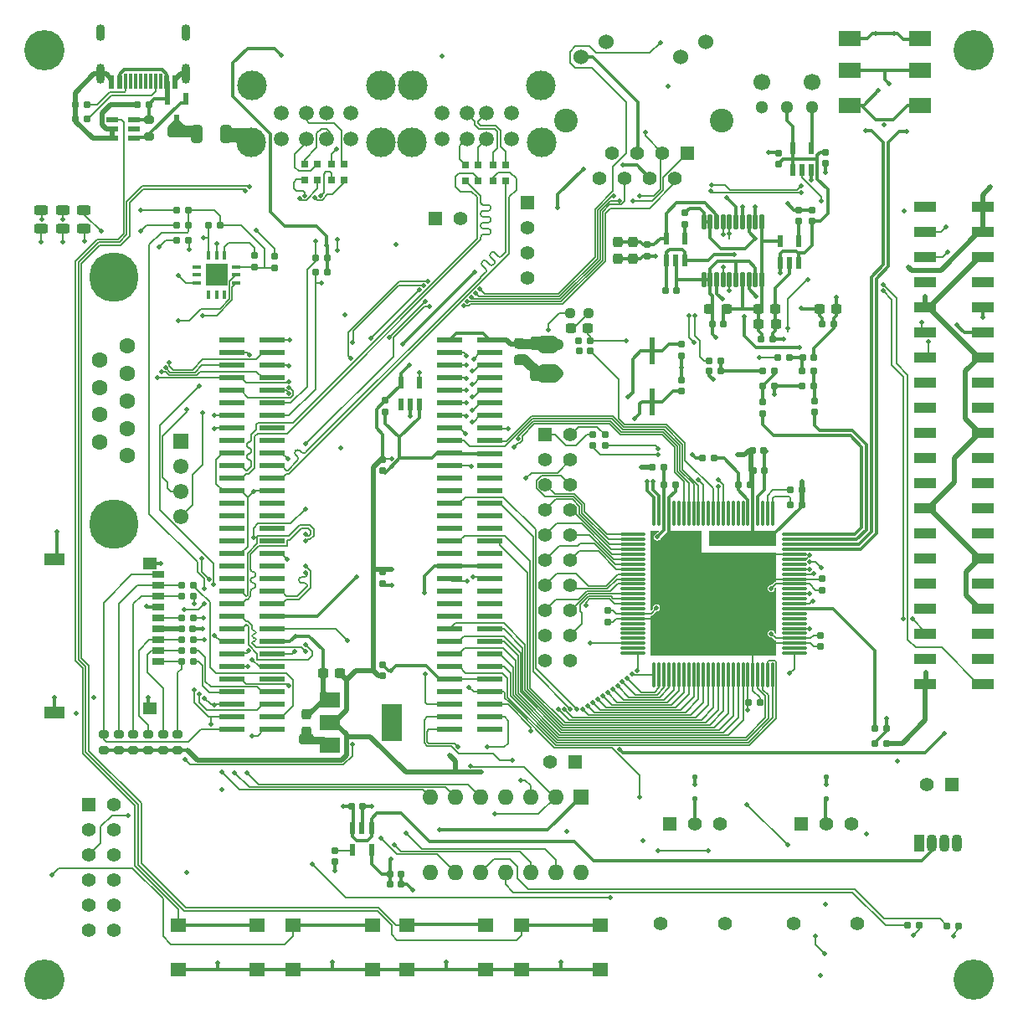
<source format=gtl>
G04 #@! TF.GenerationSoftware,KiCad,Pcbnew,8.0.2-1*
G04 #@! TF.CreationDate,2024-06-26T09:27:30-04:00*
G04 #@! TF.ProjectId,MiniCamel,4d696e69-4361-46d6-956c-2e6b69636164,2.1*
G04 #@! TF.SameCoordinates,PX16e3600PY6052340*
G04 #@! TF.FileFunction,Copper,L1,Top*
G04 #@! TF.FilePolarity,Positive*
%FSLAX46Y46*%
G04 Gerber Fmt 4.6, Leading zero omitted, Abs format (unit mm)*
G04 Created by KiCad (PCBNEW 8.0.2-1) date 2024-06-26 09:27:30*
%MOMM*%
%LPD*%
G01*
G04 APERTURE LIST*
G04 Aperture macros list*
%AMRoundRect*
0 Rectangle with rounded corners*
0 $1 Rounding radius*
0 $2 $3 $4 $5 $6 $7 $8 $9 X,Y pos of 4 corners*
0 Add a 4 corners polygon primitive as box body*
4,1,4,$2,$3,$4,$5,$6,$7,$8,$9,$2,$3,0*
0 Add four circle primitives for the rounded corners*
1,1,$1+$1,$2,$3*
1,1,$1+$1,$4,$5*
1,1,$1+$1,$6,$7*
1,1,$1+$1,$8,$9*
0 Add four rect primitives between the rounded corners*
20,1,$1+$1,$2,$3,$4,$5,0*
20,1,$1+$1,$4,$5,$6,$7,0*
20,1,$1+$1,$6,$7,$8,$9,0*
20,1,$1+$1,$8,$9,$2,$3,0*%
G04 Aperture macros list end*
G04 #@! TA.AperFunction,ComponentPad*
%ADD10C,1.500000*%
G04 #@! TD*
G04 #@! TA.AperFunction,ComponentPad*
%ADD11C,3.000000*%
G04 #@! TD*
G04 #@! TA.AperFunction,SMDPad,CuDef*
%ADD12RoundRect,0.155000X0.155000X-0.212500X0.155000X0.212500X-0.155000X0.212500X-0.155000X-0.212500X0*%
G04 #@! TD*
G04 #@! TA.AperFunction,ComponentPad*
%ADD13R,1.397000X1.397000*%
G04 #@! TD*
G04 #@! TA.AperFunction,ComponentPad*
%ADD14C,1.397000*%
G04 #@! TD*
G04 #@! TA.AperFunction,SMDPad,CuDef*
%ADD15RoundRect,0.237500X-0.250000X-0.237500X0.250000X-0.237500X0.250000X0.237500X-0.250000X0.237500X0*%
G04 #@! TD*
G04 #@! TA.AperFunction,SMDPad,CuDef*
%ADD16RoundRect,0.237500X0.300000X0.237500X-0.300000X0.237500X-0.300000X-0.237500X0.300000X-0.237500X0*%
G04 #@! TD*
G04 #@! TA.AperFunction,SMDPad,CuDef*
%ADD17RoundRect,0.160000X-0.197500X-0.160000X0.197500X-0.160000X0.197500X0.160000X-0.197500X0.160000X0*%
G04 #@! TD*
G04 #@! TA.AperFunction,SMDPad,CuDef*
%ADD18R,0.600000X1.200000*%
G04 #@! TD*
G04 #@! TA.AperFunction,SMDPad,CuDef*
%ADD19RoundRect,0.155000X0.212500X0.155000X-0.212500X0.155000X-0.212500X-0.155000X0.212500X-0.155000X0*%
G04 #@! TD*
G04 #@! TA.AperFunction,ComponentPad*
%ADD20C,4.064000*%
G04 #@! TD*
G04 #@! TA.AperFunction,SMDPad,CuDef*
%ADD21RoundRect,0.250000X-0.650000X0.412500X-0.650000X-0.412500X0.650000X-0.412500X0.650000X0.412500X0*%
G04 #@! TD*
G04 #@! TA.AperFunction,SMDPad,CuDef*
%ADD22RoundRect,0.160000X-0.160000X0.197500X-0.160000X-0.197500X0.160000X-0.197500X0.160000X0.197500X0*%
G04 #@! TD*
G04 #@! TA.AperFunction,SMDPad,CuDef*
%ADD23RoundRect,0.200000X0.275000X-0.200000X0.275000X0.200000X-0.275000X0.200000X-0.275000X-0.200000X0*%
G04 #@! TD*
G04 #@! TA.AperFunction,SMDPad,CuDef*
%ADD24RoundRect,0.155000X-0.212500X-0.155000X0.212500X-0.155000X0.212500X0.155000X-0.212500X0.155000X0*%
G04 #@! TD*
G04 #@! TA.AperFunction,SMDPad,CuDef*
%ADD25RoundRect,0.125000X-0.125000X0.125000X-0.125000X-0.125000X0.125000X-0.125000X0.125000X0.125000X0*%
G04 #@! TD*
G04 #@! TA.AperFunction,SMDPad,CuDef*
%ADD26R,0.600000X2.800000*%
G04 #@! TD*
G04 #@! TA.AperFunction,SMDPad,CuDef*
%ADD27RoundRect,0.112500X-0.112500X0.637500X-0.112500X-0.637500X0.112500X-0.637500X0.112500X0.637500X0*%
G04 #@! TD*
G04 #@! TA.AperFunction,SMDPad,CuDef*
%ADD28R,1.600000X1.400000*%
G04 #@! TD*
G04 #@! TA.AperFunction,SMDPad,CuDef*
%ADD29R,2.300000X1.020000*%
G04 #@! TD*
G04 #@! TA.AperFunction,SMDPad,CuDef*
%ADD30R,0.700000X0.700000*%
G04 #@! TD*
G04 #@! TA.AperFunction,SMDPad,CuDef*
%ADD31O,0.950000X0.370000*%
G04 #@! TD*
G04 #@! TA.AperFunction,SMDPad,CuDef*
%ADD32O,0.370000X0.950000*%
G04 #@! TD*
G04 #@! TA.AperFunction,ComponentPad*
%ADD33C,0.500000*%
G04 #@! TD*
G04 #@! TA.AperFunction,SMDPad,CuDef*
%ADD34R,2.200000X2.200000*%
G04 #@! TD*
G04 #@! TA.AperFunction,SMDPad,CuDef*
%ADD35RoundRect,0.237500X-0.237500X0.300000X-0.237500X-0.300000X0.237500X-0.300000X0.237500X0.300000X0*%
G04 #@! TD*
G04 #@! TA.AperFunction,ComponentPad*
%ADD36R,1.408000X1.408000*%
G04 #@! TD*
G04 #@! TA.AperFunction,ComponentPad*
%ADD37C,1.408000*%
G04 #@! TD*
G04 #@! TA.AperFunction,ComponentPad*
%ADD38C,1.530000*%
G04 #@! TD*
G04 #@! TA.AperFunction,ComponentPad*
%ADD39C,2.400000*%
G04 #@! TD*
G04 #@! TA.AperFunction,SMDPad,CuDef*
%ADD40R,1.200000X0.600000*%
G04 #@! TD*
G04 #@! TA.AperFunction,SMDPad,CuDef*
%ADD41RoundRect,0.155000X-0.155000X0.212500X-0.155000X-0.212500X0.155000X-0.212500X0.155000X0.212500X0*%
G04 #@! TD*
G04 #@! TA.AperFunction,SMDPad,CuDef*
%ADD42RoundRect,0.160000X0.197500X0.160000X-0.197500X0.160000X-0.197500X-0.160000X0.197500X-0.160000X0*%
G04 #@! TD*
G04 #@! TA.AperFunction,ComponentPad*
%ADD43C,1.600000*%
G04 #@! TD*
G04 #@! TA.AperFunction,ComponentPad*
%ADD44C,5.000000*%
G04 #@! TD*
G04 #@! TA.AperFunction,SMDPad,CuDef*
%ADD45RoundRect,0.075000X-1.162500X-0.075000X1.162500X-0.075000X1.162500X0.075000X-1.162500X0.075000X0*%
G04 #@! TD*
G04 #@! TA.AperFunction,SMDPad,CuDef*
%ADD46RoundRect,0.075000X-0.075000X-1.162500X0.075000X-1.162500X0.075000X1.162500X-0.075000X1.162500X0*%
G04 #@! TD*
G04 #@! TA.AperFunction,ComponentPad*
%ADD47R,1.070000X1.800000*%
G04 #@! TD*
G04 #@! TA.AperFunction,ComponentPad*
%ADD48O,1.070000X1.800000*%
G04 #@! TD*
G04 #@! TA.AperFunction,SMDPad,CuDef*
%ADD49RoundRect,0.243750X0.456250X-0.243750X0.456250X0.243750X-0.456250X0.243750X-0.456250X-0.243750X0*%
G04 #@! TD*
G04 #@! TA.AperFunction,SMDPad,CuDef*
%ADD50RoundRect,0.237500X-0.300000X-0.237500X0.300000X-0.237500X0.300000X0.237500X-0.300000X0.237500X0*%
G04 #@! TD*
G04 #@! TA.AperFunction,SMDPad,CuDef*
%ADD51R,2.200000X1.600000*%
G04 #@! TD*
G04 #@! TA.AperFunction,SMDPad,CuDef*
%ADD52RoundRect,0.237500X0.237500X-0.300000X0.237500X0.300000X-0.237500X0.300000X-0.237500X-0.300000X0*%
G04 #@! TD*
G04 #@! TA.AperFunction,SMDPad,CuDef*
%ADD53R,0.600000X1.440000*%
G04 #@! TD*
G04 #@! TA.AperFunction,SMDPad,CuDef*
%ADD54R,0.300000X1.500000*%
G04 #@! TD*
G04 #@! TA.AperFunction,ComponentPad*
%ADD55O,0.900000X2.000000*%
G04 #@! TD*
G04 #@! TA.AperFunction,ComponentPad*
%ADD56O,0.900000X1.700000*%
G04 #@! TD*
G04 #@! TA.AperFunction,ComponentPad*
%ADD57C,1.300000*%
G04 #@! TD*
G04 #@! TA.AperFunction,ComponentPad*
%ADD58C,1.700000*%
G04 #@! TD*
G04 #@! TA.AperFunction,SMDPad,CuDef*
%ADD59R,2.000000X3.800000*%
G04 #@! TD*
G04 #@! TA.AperFunction,SMDPad,CuDef*
%ADD60R,2.000000X1.500000*%
G04 #@! TD*
G04 #@! TA.AperFunction,ComponentPad*
%ADD61R,1.600000X1.600000*%
G04 #@! TD*
G04 #@! TA.AperFunction,ComponentPad*
%ADD62O,1.600000X1.600000*%
G04 #@! TD*
G04 #@! TA.AperFunction,SMDPad,CuDef*
%ADD63RoundRect,0.160000X0.160000X-0.197500X0.160000X0.197500X-0.160000X0.197500X-0.160000X-0.197500X0*%
G04 #@! TD*
G04 #@! TA.AperFunction,ComponentPad*
%ADD64R,1.530000X1.530000*%
G04 #@! TD*
G04 #@! TA.AperFunction,ComponentPad*
%ADD65C,1.550000*%
G04 #@! TD*
G04 #@! TA.AperFunction,SMDPad,CuDef*
%ADD66R,2.600000X0.630000*%
G04 #@! TD*
G04 #@! TA.AperFunction,SMDPad,CuDef*
%ADD67RoundRect,0.250000X-0.325000X-0.650000X0.325000X-0.650000X0.325000X0.650000X-0.325000X0.650000X0*%
G04 #@! TD*
G04 #@! TA.AperFunction,SMDPad,CuDef*
%ADD68R,1.300000X0.700000*%
G04 #@! TD*
G04 #@! TA.AperFunction,SMDPad,CuDef*
%ADD69R,2.000000X1.200000*%
G04 #@! TD*
G04 #@! TA.AperFunction,SMDPad,CuDef*
%ADD70R,1.400000X1.200000*%
G04 #@! TD*
G04 #@! TA.AperFunction,ViaPad*
%ADD71C,0.460000*%
G04 #@! TD*
G04 #@! TA.AperFunction,Conductor*
%ADD72C,0.180000*%
G04 #@! TD*
G04 #@! TA.AperFunction,Conductor*
%ADD73C,0.127000*%
G04 #@! TD*
G04 #@! TA.AperFunction,Conductor*
%ADD74C,0.152400*%
G04 #@! TD*
G04 #@! TA.AperFunction,Conductor*
%ADD75C,0.360000*%
G04 #@! TD*
G04 #@! TA.AperFunction,Conductor*
%ADD76C,0.500000*%
G04 #@! TD*
G04 #@! TA.AperFunction,Conductor*
%ADD77C,1.000000*%
G04 #@! TD*
G04 APERTURE END LIST*
D10*
X50220000Y64990000D03*
X47720000Y64990000D03*
X45720000Y64990000D03*
X43220000Y64990000D03*
X50220000Y67590000D03*
X47720000Y67590000D03*
X45720000Y67590000D03*
X43220000Y67590000D03*
D11*
X53270000Y64640000D03*
X53220000Y70440000D03*
X40220000Y70440000D03*
X40170000Y64640000D03*
D12*
X37249989Y10682492D03*
X37249989Y11817492D03*
D13*
X51875000Y58560000D03*
D14*
X51875000Y56020000D03*
X51875000Y53480000D03*
X51875000Y50940000D03*
D15*
X56200000Y47375000D03*
X58025000Y47375000D03*
D16*
X32887506Y11000005D03*
X31162506Y11000005D03*
D17*
X16850000Y13275000D03*
X18045000Y13275000D03*
D18*
X39050000Y38150000D03*
X40000000Y38150000D03*
X40950000Y38150000D03*
X40950000Y40350000D03*
X39050000Y40350000D03*
D19*
X75842500Y31500000D03*
X74707500Y31500000D03*
D20*
X97000000Y-20000000D03*
D19*
X82817500Y46310000D03*
X81682500Y46310000D03*
D17*
X30402500Y53000000D03*
X31597500Y53000000D03*
D19*
X66810000Y30000000D03*
X65675000Y30000000D03*
X39075000Y-10330000D03*
X37940000Y-10330000D03*
D10*
X34000000Y65000000D03*
X31500000Y65000000D03*
X29500000Y65000000D03*
X27000000Y65000000D03*
X34000000Y67600000D03*
X31500000Y67600000D03*
X29500000Y67600000D03*
X27000000Y67600000D03*
D11*
X37050000Y64650000D03*
X37000000Y70450000D03*
X24000000Y70450000D03*
X23950000Y64650000D03*
D21*
X53000000Y44312500D03*
X53000000Y41187500D03*
D17*
X16852500Y18775000D03*
X18047500Y18775000D03*
D19*
X75367500Y8030000D03*
X74232500Y8030000D03*
D22*
X24225000Y53195000D03*
X24225000Y52000000D03*
D12*
X80630000Y56690000D03*
X80630000Y57825000D03*
D23*
X9000000Y3174994D03*
X9000000Y4824994D03*
D17*
X75627500Y41550000D03*
X76822500Y41550000D03*
D24*
X12432500Y68500000D03*
X13567500Y68500000D03*
D25*
X68770000Y447500D03*
X68770000Y-1752500D03*
D26*
X64460000Y43585000D03*
X64460000Y38435000D03*
D27*
X75550000Y56600000D03*
X74900000Y56600000D03*
X74250000Y56600000D03*
X73600000Y56600000D03*
X72950000Y56600000D03*
X72300000Y56600000D03*
X71650000Y56600000D03*
X71000000Y56600000D03*
X70350000Y56600000D03*
X69700000Y56600000D03*
X69700000Y50800000D03*
X70350000Y50800000D03*
X71000000Y50800000D03*
X71650000Y50800000D03*
X72300000Y50800000D03*
X72950000Y50800000D03*
X73600000Y50800000D03*
X74250000Y50800000D03*
X74900000Y50800000D03*
X75550000Y50800000D03*
D28*
X28150000Y-19000000D03*
X36150000Y-19000000D03*
X28150000Y-14500000D03*
X36150000Y-14500000D03*
D29*
X92100000Y58130000D03*
X97900000Y58130000D03*
X92100000Y55590000D03*
X97900000Y55590000D03*
X92100000Y53050000D03*
X97900000Y53050000D03*
X92100000Y50510000D03*
X97900000Y50510000D03*
X92100000Y47970000D03*
X97900000Y47970000D03*
X92100000Y45430000D03*
X97900000Y45430000D03*
X92100000Y42890000D03*
X97900000Y42890000D03*
X92100000Y40350000D03*
X97900000Y40350000D03*
X92100000Y37810000D03*
X97900000Y37810000D03*
X92100000Y35270000D03*
X97900000Y35270000D03*
X92100000Y32730000D03*
X97900000Y32730000D03*
X92100000Y30190000D03*
X97900000Y30190000D03*
X92100000Y27650000D03*
X97900000Y27650000D03*
X92100000Y25110000D03*
X97900000Y25110000D03*
X92100000Y22570000D03*
X97900000Y22570000D03*
X92100000Y20030000D03*
X97900000Y20030000D03*
X92100000Y17490000D03*
X97900000Y17490000D03*
X92100000Y14950000D03*
X97900000Y14950000D03*
X92100000Y12410000D03*
X97900000Y12410000D03*
X92100000Y9870000D03*
X97900000Y9870000D03*
D12*
X80900000Y37357500D03*
X80900000Y38492500D03*
D30*
X49650000Y62400000D03*
X49650000Y60800000D03*
X48350000Y60800000D03*
X48350000Y62400000D03*
D31*
X22410000Y50440000D03*
X22410000Y51240000D03*
X22410000Y52040000D03*
D32*
X21210000Y53240000D03*
X20410000Y53240000D03*
X19610000Y53240000D03*
D31*
X18410000Y52040000D03*
X18410000Y51240000D03*
X18410000Y50440000D03*
D32*
X19610000Y49240000D03*
X20410000Y49240000D03*
X21210000Y49240000D03*
D33*
X20910000Y50740000D03*
X20910000Y51740000D03*
D34*
X20410000Y51240000D03*
D33*
X19910000Y50740000D03*
X19910000Y51740000D03*
D25*
X82060000Y460000D03*
X82060000Y-1740000D03*
D24*
X34082500Y-2460000D03*
X35217500Y-2460000D03*
D35*
X62550000Y54600000D03*
X62550000Y52875000D03*
D24*
X65807500Y49700000D03*
X66942500Y49700000D03*
D20*
X3000000Y-20000000D03*
D36*
X68050000Y63550000D03*
D37*
X66780000Y61010000D03*
X65510000Y63550000D03*
X64240000Y61010000D03*
X62970000Y63550000D03*
X61700000Y61010000D03*
X60430000Y63550000D03*
X59160000Y61010000D03*
D38*
X69930000Y74800000D03*
X67390000Y73280000D03*
X59820000Y74800000D03*
X57280000Y73280000D03*
D39*
X71480000Y66850000D03*
X55730000Y66850000D03*
D13*
X7480000Y-2350000D03*
D14*
X7480000Y-4890000D03*
X7480000Y-7430000D03*
X7480000Y-9970000D03*
X7480000Y-12510000D03*
X7480000Y-15050000D03*
X10020000Y-15050000D03*
X10020000Y-12510000D03*
X10020000Y-9970000D03*
X10020000Y-7430000D03*
X10020000Y-4890000D03*
X10020000Y-2350000D03*
D23*
X13500001Y3174994D03*
X13500001Y4824994D03*
D12*
X81980000Y62532500D03*
X81980000Y63667500D03*
X58500000Y33975000D03*
X58500000Y35110000D03*
D17*
X87012500Y5410000D03*
X88207500Y5410000D03*
D13*
X79500000Y-4250000D03*
D14*
X82040000Y-4250000D03*
X84580000Y-4250000D03*
D17*
X64477500Y31775000D03*
X65672500Y31775000D03*
D23*
X15000000Y3174994D03*
X15000000Y4824994D03*
D40*
X9900000Y66950000D03*
X9900000Y66000000D03*
X9900000Y65050000D03*
X12100000Y65050000D03*
X12100000Y66000000D03*
X12100000Y66950000D03*
D23*
X16500000Y3174994D03*
X16500000Y4824994D03*
D35*
X61000000Y54587500D03*
X61000000Y52862500D03*
D41*
X63975000Y54292500D03*
X63975000Y53157500D03*
D17*
X87012500Y3890000D03*
X88207500Y3890000D03*
D42*
X20785000Y56310000D03*
X19590000Y56310000D03*
D18*
X17350000Y69048500D03*
X16400000Y66848500D03*
X15450000Y69048500D03*
D19*
X58225000Y43550000D03*
X57090000Y43550000D03*
D17*
X69577500Y32700000D03*
X70772500Y32700000D03*
D14*
X65348800Y-14375000D03*
X71851200Y-14375000D03*
D24*
X75507500Y44800000D03*
X76642500Y44800000D03*
D28*
X39650000Y-19000000D03*
X47650000Y-19000000D03*
X39650000Y-14500000D03*
X47650000Y-14500000D03*
D42*
X7347500Y68500000D03*
X6152500Y68500000D03*
D43*
X11420000Y44045000D03*
X11420000Y41275000D03*
X11420000Y38505000D03*
X11420000Y35735000D03*
X11420000Y32965000D03*
X8580000Y42660000D03*
X8580000Y39890000D03*
X8580000Y37120000D03*
X8580000Y34350000D03*
D44*
X10000000Y26010000D03*
X10000000Y51000000D03*
D18*
X77400000Y52500000D03*
X78350000Y52500000D03*
X79300000Y52500000D03*
X79300000Y54700000D03*
X77400000Y54700000D03*
D12*
X75650000Y37257500D03*
X75650000Y38392500D03*
X59700000Y33975000D03*
X59700000Y35110000D03*
D41*
X32410000Y-6940000D03*
X32410000Y-8075000D03*
D24*
X16875000Y15475000D03*
X18010000Y15475000D03*
D30*
X32030000Y60880000D03*
X32030000Y62480000D03*
X33330000Y62480000D03*
X33330000Y60880000D03*
D24*
X70242500Y41560000D03*
X71377500Y41560000D03*
D45*
X62499995Y24999989D03*
X62499995Y24499989D03*
X62499995Y23999989D03*
X62499995Y23499989D03*
X62499995Y22999989D03*
X62499995Y22499989D03*
X62499995Y21999989D03*
X62499995Y21499989D03*
X62499995Y20999989D03*
X62499995Y20499989D03*
X62499995Y19999989D03*
X62499995Y19499989D03*
X62499995Y18999989D03*
X62499995Y18499989D03*
X62499995Y17999989D03*
X62499995Y17499989D03*
X62499995Y16999989D03*
X62499995Y16499989D03*
X62499995Y15999989D03*
X62499995Y15499989D03*
X62499995Y14999989D03*
X62499995Y14499989D03*
X62499995Y13999989D03*
X62499995Y13499989D03*
X62499995Y12999989D03*
D46*
X64662495Y10837489D03*
X65162495Y10837489D03*
X65662495Y10837489D03*
X66162495Y10837489D03*
X66662495Y10837489D03*
X67162495Y10837489D03*
X67662495Y10837489D03*
X68162495Y10837489D03*
X68662495Y10837489D03*
X69162495Y10837489D03*
X69662495Y10837489D03*
X70162495Y10837489D03*
X70662495Y10837489D03*
X71162495Y10837489D03*
X71662495Y10837489D03*
X72162495Y10837489D03*
X72662495Y10837489D03*
X73162495Y10837489D03*
X73662495Y10837489D03*
X74162495Y10837489D03*
X74662495Y10837489D03*
X75162495Y10837489D03*
X75662495Y10837489D03*
X76162495Y10837489D03*
X76662495Y10837489D03*
D45*
X78824995Y12999989D03*
X78824995Y13499989D03*
X78824995Y13999989D03*
X78824995Y14499989D03*
X78824995Y14999989D03*
X78824995Y15499989D03*
X78824995Y15999989D03*
X78824995Y16499989D03*
X78824995Y16999989D03*
X78824995Y17499989D03*
X78824995Y17999989D03*
X78824995Y18499989D03*
X78824995Y18999989D03*
X78824995Y19499989D03*
X78824995Y19999989D03*
X78824995Y20499989D03*
X78824995Y20999989D03*
X78824995Y21499989D03*
X78824995Y21999989D03*
X78824995Y22499989D03*
X78824995Y22999989D03*
X78824995Y23499989D03*
X78824995Y23999989D03*
X78824995Y24499989D03*
X78824995Y24999989D03*
D46*
X76662495Y27162489D03*
X76162495Y27162489D03*
X75662495Y27162489D03*
X75162495Y27162489D03*
X74662495Y27162489D03*
X74162495Y27162489D03*
X73662495Y27162489D03*
X73162495Y27162489D03*
X72662495Y27162489D03*
X72162495Y27162489D03*
X71662495Y27162489D03*
X71162495Y27162489D03*
X70662495Y27162489D03*
X70162495Y27162489D03*
X69662495Y27162489D03*
X69162495Y27162489D03*
X68662495Y27162489D03*
X68162495Y27162489D03*
X67662495Y27162489D03*
X67162495Y27162489D03*
X66662495Y27162489D03*
X66162495Y27162489D03*
X65662495Y27162489D03*
X65162495Y27162489D03*
X64662495Y27162489D03*
D28*
X16550000Y-19000000D03*
X24550000Y-19000000D03*
X16550000Y-14500000D03*
X24550000Y-14500000D03*
D23*
X10499999Y3174994D03*
X10499999Y4824994D03*
D12*
X81500000Y13675000D03*
X81500000Y14810000D03*
D17*
X16852500Y16575000D03*
X18047500Y16575000D03*
D47*
X91520000Y-6210000D03*
D48*
X92790000Y-6210000D03*
X94060000Y-6210000D03*
X95330000Y-6210000D03*
D17*
X90292500Y-14540000D03*
X91487500Y-14540000D03*
D41*
X37249989Y32567488D03*
X37249989Y31432488D03*
D19*
X80817500Y42900000D03*
X79682500Y42900000D03*
D13*
X53670000Y35110000D03*
D14*
X56210000Y35110000D03*
X53670000Y32570000D03*
X56210000Y32570000D03*
X53670000Y30030000D03*
X56210000Y30030000D03*
X53670000Y27490000D03*
X56210000Y27490000D03*
X53670000Y24950000D03*
X56210000Y24950000D03*
X53670000Y22410000D03*
X56210000Y22410000D03*
X53670000Y19870000D03*
X56210000Y19870000D03*
X53670000Y17330000D03*
X56210000Y17330000D03*
X53670000Y14790000D03*
X56210000Y14790000D03*
X53670000Y12250000D03*
X56210000Y12250000D03*
D12*
X26275000Y51975000D03*
X26275000Y53110000D03*
D16*
X71970000Y47780000D03*
X70245000Y47780000D03*
D24*
X73207500Y30000000D03*
X74342500Y30000000D03*
D49*
X7000000Y55912500D03*
X7000000Y57787500D03*
D50*
X75237500Y46250000D03*
X76962500Y46250000D03*
D18*
X36080000Y-4720000D03*
X35130000Y-4720000D03*
X34180000Y-4720000D03*
X34180000Y-6920000D03*
X36080000Y-6920000D03*
D24*
X78457488Y27999996D03*
X79592488Y27999996D03*
D49*
X4850000Y55912500D03*
X4850000Y57787500D03*
D17*
X16850000Y14375000D03*
X18045000Y14375000D03*
D13*
X94760000Y-250000D03*
D14*
X92220000Y-250000D03*
D17*
X75627500Y40030000D03*
X76822500Y40030000D03*
D18*
X65900000Y52700000D03*
X66850000Y52700000D03*
X67800000Y52700000D03*
X67800000Y54900000D03*
X65900000Y54900000D03*
D49*
X2700000Y55912500D03*
X2700000Y57787500D03*
D20*
X3000000Y74000000D03*
D51*
X84460000Y71920000D03*
X91560000Y71920000D03*
X84460000Y75120000D03*
X91560000Y75120000D03*
X84460000Y68420000D03*
X91560000Y68420000D03*
D17*
X57050000Y44550000D03*
X58245000Y44550000D03*
D14*
X78748800Y-14375000D03*
X85251200Y-14375000D03*
D52*
X29499992Y5087502D03*
X29499992Y6812502D03*
D50*
X75230000Y47800000D03*
X76955000Y47800000D03*
D53*
X16200000Y70790000D03*
X15400000Y70790000D03*
D54*
X14250000Y70820000D03*
X13250000Y70820000D03*
X12750000Y70820000D03*
X11750000Y70820000D03*
D53*
X10600000Y70790000D03*
X9800000Y70790000D03*
D54*
X11250000Y70820000D03*
X12250000Y70820000D03*
X13750000Y70820000D03*
X14750000Y70820000D03*
D55*
X17325000Y71570000D03*
D56*
X17325000Y75750000D03*
D55*
X8675000Y71570000D03*
D56*
X8675000Y75750000D03*
D12*
X67800000Y56375000D03*
X67800000Y57510000D03*
D13*
X56650000Y1990000D03*
D14*
X54110000Y1990000D03*
D20*
X97000000Y74000000D03*
D12*
X79300000Y56700000D03*
X79300000Y57835000D03*
D24*
X78457488Y29499993D03*
X79592488Y29499993D03*
D50*
X56250000Y45850000D03*
X57975000Y45850000D03*
D17*
X79642500Y41550000D03*
X80837500Y41550000D03*
D41*
X37500000Y38567500D03*
X37500000Y37432500D03*
D57*
X80640000Y68170000D03*
X78100000Y68170000D03*
X75560000Y68170000D03*
D58*
X80640000Y70790000D03*
X75560000Y70790000D03*
D24*
X37942500Y-9330000D03*
X39077500Y-9330000D03*
D23*
X11999999Y3174994D03*
X11999999Y4824994D03*
D41*
X81675000Y20510000D03*
X81675000Y19375000D03*
D12*
X77216000Y62424500D03*
X77216000Y63559500D03*
D18*
X78670000Y61850000D03*
X79620000Y61850000D03*
X80570000Y61850000D03*
X80570000Y64050000D03*
X78670000Y64050000D03*
D59*
X38150000Y6000000D03*
D60*
X31850000Y8300000D03*
X31850000Y6000000D03*
X31850000Y3700000D03*
D61*
X57260000Y-1530000D03*
D62*
X54720000Y-1530000D03*
X52180000Y-1530000D03*
X49640000Y-1530000D03*
X47100000Y-1530000D03*
X44560000Y-1530000D03*
X42020000Y-1530000D03*
X42020000Y-9150000D03*
X44560000Y-9150000D03*
X47100000Y-9150000D03*
X49640000Y-9150000D03*
X52180000Y-9150000D03*
X54720000Y-9150000D03*
X57260000Y-9150000D03*
D42*
X17602500Y54790000D03*
X16407500Y54790000D03*
D28*
X51250000Y-19000000D03*
X59250000Y-19000000D03*
X51250000Y-14500000D03*
X59250000Y-14500000D03*
D17*
X16850000Y12175000D03*
X18045000Y12175000D03*
D63*
X37249989Y20061007D03*
X37249989Y21256007D03*
D64*
X16840000Y34460000D03*
D65*
X16840000Y31920000D03*
X16840000Y29380000D03*
X16840000Y26840000D03*
D66*
X21950000Y44635000D03*
X26050000Y44635000D03*
X21950000Y43365000D03*
X26050000Y43365000D03*
X21950000Y42095000D03*
X26050000Y42095000D03*
X21950000Y40825000D03*
X26050000Y40825000D03*
X21950000Y39555000D03*
X26050000Y39555000D03*
X21950000Y38285000D03*
X26050000Y38285000D03*
X21950000Y37015000D03*
X26050000Y37015000D03*
X21950000Y35745000D03*
X26050000Y35745000D03*
X21950000Y34475000D03*
X26050000Y34475000D03*
X21950000Y33205000D03*
X26050000Y33205000D03*
X21950000Y31935000D03*
X26050000Y31935000D03*
X21950000Y30665000D03*
X26050000Y30665000D03*
X21950000Y29395000D03*
X26050000Y29395000D03*
X21950000Y28125000D03*
X26050000Y28125000D03*
X21950000Y26855000D03*
X26050000Y26855000D03*
X21950000Y25585000D03*
X26050000Y25585000D03*
X21950000Y24315000D03*
X26050000Y24315000D03*
X21950000Y23045000D03*
X26050000Y23045000D03*
X21950000Y21775000D03*
X26050000Y21775000D03*
X21950000Y20505000D03*
X26050000Y20505000D03*
X21950000Y19235000D03*
X26050000Y19235000D03*
X21950000Y17965000D03*
X26050000Y17965000D03*
X21950000Y16695000D03*
X26050000Y16695000D03*
X21950000Y15425000D03*
X26050000Y15425000D03*
X21950000Y14155000D03*
X26050000Y14155000D03*
X21950000Y12885000D03*
X26050000Y12885000D03*
X21950000Y11615000D03*
X26050000Y11615000D03*
X21950000Y10345000D03*
X26050000Y10345000D03*
X21950000Y9075000D03*
X26050000Y9075000D03*
X21950000Y7805000D03*
X26050000Y7805000D03*
X21950000Y6535000D03*
X26050000Y6535000D03*
X21950000Y5265000D03*
X26050000Y5265000D03*
X43950000Y44635000D03*
X48050000Y44635000D03*
X43950000Y43365000D03*
X48050000Y43365000D03*
X43950000Y42095000D03*
X48050000Y42095000D03*
X43950000Y40825000D03*
X48050000Y40825000D03*
X43950000Y39555000D03*
X48050000Y39555000D03*
X43950000Y38285000D03*
X48050000Y38285000D03*
X43950000Y37015000D03*
X48050000Y37015000D03*
X43950000Y35745000D03*
X48050000Y35745000D03*
X43950000Y34475000D03*
X48050000Y34475000D03*
X43950000Y33205000D03*
X48050000Y33195000D03*
X43950000Y31935000D03*
X48050000Y31935000D03*
X43950000Y30665000D03*
X48050000Y30665000D03*
X43950000Y29395000D03*
X48050000Y29395000D03*
X43950000Y28125000D03*
X48050000Y28125000D03*
X43950000Y26855000D03*
X48050000Y26855000D03*
X43950000Y25585000D03*
X48050000Y25585000D03*
X43950000Y24315000D03*
X48050000Y24315000D03*
X43950000Y23045000D03*
X48050000Y23045000D03*
X43950000Y21775000D03*
X48050000Y21775000D03*
X43950000Y20505000D03*
X48050000Y20505000D03*
X43950000Y19235000D03*
X48050000Y19235000D03*
X43950000Y17965000D03*
X48050000Y17965000D03*
X43950000Y16695000D03*
X48050000Y16695000D03*
X43950000Y15425000D03*
X48050000Y15425000D03*
X43950000Y14155000D03*
X48050000Y14155000D03*
X43950000Y12885000D03*
X48050000Y12885000D03*
X43950000Y11615000D03*
X48050000Y11615000D03*
X43950000Y10345000D03*
X48050000Y10345000D03*
X43950000Y9075000D03*
X48050000Y9075000D03*
X43950000Y7805000D03*
X48050000Y7805000D03*
X43950000Y6535000D03*
X48050000Y6535000D03*
X43950000Y5265000D03*
X48050000Y5265000D03*
D12*
X60000007Y16157513D03*
X60000007Y17292513D03*
D42*
X17597500Y57800000D03*
X16402500Y57800000D03*
D12*
X67440000Y43097500D03*
X67440000Y44232500D03*
D17*
X70195000Y42550000D03*
X71390000Y42550000D03*
D23*
X13625000Y65275000D03*
X13625000Y66925000D03*
D17*
X77142500Y42875000D03*
X78337500Y42875000D03*
D13*
X66250000Y-4250000D03*
D14*
X68790000Y-4250000D03*
X71330000Y-4250000D03*
D16*
X83102500Y47840000D03*
X81377500Y47840000D03*
D41*
X67440000Y40652500D03*
X67440000Y39517500D03*
D42*
X17597500Y56300000D03*
X16402500Y56300000D03*
D30*
X46890000Y62400000D03*
X46890000Y60800000D03*
X45590000Y60800000D03*
X45590000Y62400000D03*
D19*
X75767500Y33500000D03*
X74632500Y33500000D03*
D17*
X94282500Y-14560000D03*
X95477500Y-14560000D03*
D42*
X80837500Y40030000D03*
X79642500Y40030000D03*
D19*
X71675000Y46260000D03*
X70540000Y46260000D03*
D17*
X16852500Y19875000D03*
X18047500Y19875000D03*
D42*
X7347500Y67000000D03*
X6152500Y67000000D03*
D67*
X18425000Y65500000D03*
X21375000Y65500000D03*
D17*
X30402500Y51500000D03*
X31597500Y51500000D03*
D35*
X51000000Y44362500D03*
X51000000Y42637500D03*
D30*
X29310000Y60880000D03*
X29310000Y62480000D03*
X30610000Y62480000D03*
X30610000Y60880000D03*
D68*
X14550000Y12180000D03*
X14550000Y13280000D03*
X14550000Y14380000D03*
X14550000Y15480000D03*
X14550000Y16580000D03*
X14550000Y17680000D03*
X14550000Y18780000D03*
X14550000Y19880000D03*
X14550000Y20980000D03*
D69*
X4000000Y22500000D03*
D70*
X13700000Y22080000D03*
X13700000Y7400000D03*
D69*
X4000000Y6980000D03*
D13*
X42580000Y56925000D03*
D14*
X45120000Y56925000D03*
D71*
X69156154Y30546154D03*
X40950000Y41360000D03*
X54000000Y45665000D03*
X45970000Y9530000D03*
X63220000Y-1520000D03*
X51200000Y150000D03*
X50360000Y2174500D03*
X46075000Y1579839D03*
X48550000Y-3280000D03*
X44800000Y3500000D03*
X29392061Y24368400D03*
X29397401Y21168400D03*
X29392061Y25031600D03*
X29397401Y21831600D03*
X29423980Y13168400D03*
X34580000Y20700000D03*
X40000000Y37000000D03*
X29423980Y13831600D03*
X34147000Y3757000D03*
X17220000Y2260000D03*
X33640000Y14280000D03*
X11450000Y-3420000D03*
X31575000Y54225000D03*
X27000000Y73420000D03*
X94020000Y4910000D03*
X27710000Y9710000D03*
X61137671Y3297005D03*
X20175000Y7800000D03*
X23460000Y930000D03*
X19190000Y8425000D03*
X19190000Y14375000D03*
X19100000Y16600000D03*
X18625000Y8900000D03*
X19850000Y5850000D03*
X18125000Y9325000D03*
X18125000Y18025000D03*
X22250000Y920000D03*
X45710000Y43060000D03*
X62980000Y11230000D03*
X46430000Y42730000D03*
X62460000Y10850000D03*
X61960000Y10470000D03*
X45690000Y42100000D03*
X61450000Y10100000D03*
X46300000Y41500000D03*
X60960000Y9734500D03*
X45700000Y40800000D03*
X60460000Y9390000D03*
X46300000Y40200000D03*
X45700000Y39600000D03*
X59960000Y9040000D03*
X59460000Y8700000D03*
X46300000Y38900000D03*
X58950000Y8374500D03*
X45700000Y38300000D03*
X46300000Y37600000D03*
X58440000Y8044500D03*
X57940000Y7680000D03*
X45700000Y37000000D03*
X57420000Y7361566D03*
X46300000Y36400000D03*
X50490000Y33860000D03*
X45630000Y35180000D03*
X50920000Y34670000D03*
X49870000Y35720000D03*
X8728266Y55678266D03*
X14603577Y54096423D03*
X58230000Y13990000D03*
X46150000Y31930000D03*
X4875000Y56825000D03*
X12713000Y57807002D03*
X78350000Y10950000D03*
X56809996Y7361557D03*
X80390000Y15490000D03*
X56200000Y7361557D03*
X2725000Y56850000D03*
X12713000Y55692998D03*
X45750000Y20250000D03*
X54980000Y7360000D03*
X46310000Y20690000D03*
X55590000Y7360000D03*
X17500000Y3200000D03*
X46500000Y51570000D03*
X44000000Y2670000D03*
X19175000Y18025000D03*
X15705000Y15480000D03*
X38100000Y21483500D03*
X17125000Y17450000D03*
X39941077Y42138923D03*
X47220000Y950000D03*
X36250000Y11215000D03*
X54930000Y58030000D03*
X61510000Y62327661D03*
X57490000Y61970000D03*
X74130000Y7235000D03*
X19175000Y19525000D03*
X39200000Y44280000D03*
X38100000Y32683500D03*
X79530000Y59550000D03*
X70425000Y59720000D03*
X23330384Y59770000D03*
X91740000Y46440000D03*
X23770914Y60167000D03*
X79560000Y60250000D03*
X92380000Y44520000D03*
X70450000Y60357003D03*
X76520000Y14960000D03*
X64910000Y17600000D03*
X76510000Y19560000D03*
X65000000Y24750000D03*
X15660000Y42380000D03*
X4850000Y54600000D03*
X2675000Y54600000D03*
X27740000Y40460000D03*
X14393302Y40896399D03*
X32550000Y63950000D03*
X95290000Y46170000D03*
X79380000Y43920000D03*
X73770000Y47070000D03*
X71550000Y48800000D03*
X90775000Y16470000D03*
X87808976Y49648546D03*
X89881000Y16470000D03*
X72300000Y49650000D03*
X87797307Y50235432D03*
X71650000Y52063000D03*
X88207500Y6427500D03*
X97900000Y47000000D03*
X20194000Y14825000D03*
X13320000Y17710000D03*
X73070000Y33043000D03*
X66120000Y70340000D03*
X33400000Y47230000D03*
X74650000Y13030000D03*
X38040000Y11250000D03*
X89950000Y57700000D03*
X83075000Y48975000D03*
X79621001Y30375000D03*
X14760000Y22090000D03*
X81500000Y-19625000D03*
X24150000Y29370000D03*
X38100000Y31883500D03*
X32400000Y-9040000D03*
X63560000Y-5940000D03*
X24440000Y55760000D03*
X4000000Y8500000D03*
X86140000Y-5290000D03*
X92100000Y49080000D03*
X17410000Y-9180000D03*
X76800000Y39175000D03*
X64800000Y53175000D03*
X27780000Y44640000D03*
X74662500Y25000000D03*
X28370000Y14700000D03*
X76200000Y63637500D03*
X41430000Y19113500D03*
X87060000Y75660000D03*
X92130000Y11040000D03*
X76750000Y14000000D03*
X13500000Y8500000D03*
X78200000Y58450000D03*
X81980000Y61580000D03*
X8009521Y8519521D03*
X66162500Y25000000D03*
X81975000Y-12425000D03*
X40290000Y-10960000D03*
X55860000Y-4990000D03*
X43625000Y-18200000D03*
X24020000Y4660000D03*
X76750000Y25000000D03*
X77793000Y44780000D03*
X67450000Y41860000D03*
X55000000Y41300000D03*
X54400000Y41700000D03*
X54400000Y40900000D03*
X89270000Y2120000D03*
X27590000Y22450000D03*
X55225000Y-18250000D03*
X88980000Y75660000D03*
X87893000Y66443000D03*
X32125000Y-18225000D03*
X64750000Y16500000D03*
X61875000Y44550000D03*
X80570000Y60840726D03*
X70630000Y40660000D03*
X38567500Y54302500D03*
X16570000Y51170000D03*
X74925000Y54900000D03*
X27600000Y32610000D03*
X20525000Y-18325000D03*
X76750000Y20500000D03*
X33000000Y33743500D03*
X70900000Y44900000D03*
X20980000Y-800000D03*
X94005000Y26135000D03*
X19045500Y15475000D03*
X36120000Y-2470000D03*
X7025000Y54625000D03*
X4250000Y25260000D03*
X15700000Y65400000D03*
X98700000Y60150000D03*
X33200000Y-2450000D03*
X16400000Y65400000D03*
X43250000Y73390000D03*
X17100000Y65400000D03*
X6250000Y6910000D03*
X63406431Y31775000D03*
X54400000Y44600000D03*
X29000000Y4000000D03*
X17100000Y66100000D03*
X72750000Y53338000D03*
X82050000Y-249500D03*
X55000000Y44200000D03*
X15700000Y66100000D03*
X68750000Y-253000D03*
X16400000Y66100000D03*
X68550000Y33042999D03*
X90350000Y52075000D03*
X30000000Y4000000D03*
X54400000Y43800000D03*
X77410000Y51460000D03*
X94200000Y56100000D03*
X94350000Y53575000D03*
X20190000Y37015000D03*
X20180000Y35740000D03*
X30402500Y54672500D03*
X32676333Y53713001D03*
X32670000Y54810000D03*
X31060000Y50470000D03*
X80420000Y21500000D03*
X80420000Y19000000D03*
X80420000Y22900000D03*
X80725000Y18300000D03*
X81547000Y21625000D03*
X80420000Y22200000D03*
X28815315Y58957000D03*
X29310000Y59273000D03*
X30330668Y59104314D03*
X30950000Y59273000D03*
X23760000Y43120000D03*
X15239500Y41846712D03*
X27740000Y42090000D03*
X14819000Y41437141D03*
X27740000Y39850000D03*
X27740000Y39250000D03*
X3760000Y-9420000D03*
X64530000Y30400000D03*
X62022677Y38912677D03*
X63943431Y30377440D03*
X62721141Y36731141D03*
X86040000Y65810000D03*
X90250000Y65750000D03*
X88420000Y70580000D03*
X87370000Y69910000D03*
X65067000Y33100000D03*
X71162495Y29837005D03*
X71150000Y30525000D03*
X65075166Y33686946D03*
X72000000Y59093000D03*
X74910000Y58100000D03*
X73590000Y58100000D03*
X38100000Y19883500D03*
X42980000Y-4890000D03*
X38020000Y-7780000D03*
X70150000Y-7000000D03*
X65050000Y-6950000D03*
X90900000Y-15540000D03*
X94920000Y-15620000D03*
X38420000Y-6410000D03*
X39580000Y-5190000D03*
X20980000Y990000D03*
X20102661Y19927661D03*
X18680000Y40040000D03*
X52220000Y5170000D03*
X18989500Y47139045D03*
X37040000Y-5730000D03*
X19670000Y20480000D03*
X18946401Y22590000D03*
X47820000Y3500000D03*
X16589500Y46660000D03*
X41780000Y50560000D03*
X41525000Y10900000D03*
X33970000Y42840000D03*
X65280000Y74770000D03*
X47031777Y49799139D03*
X46616704Y49384066D03*
X60610000Y59250000D03*
X41365416Y50139500D03*
X34162339Y44387661D03*
X63160000Y59240000D03*
X63760000Y65710000D03*
X24010000Y12360000D03*
X29440000Y34160000D03*
X45406066Y48106931D03*
X23610000Y11620000D03*
X41957957Y48100000D03*
X29410000Y27580000D03*
X24129500Y24670000D03*
X28320000Y13169500D03*
X41534086Y48580000D03*
X37850000Y44890000D03*
X45786557Y48553920D03*
X62550000Y58770000D03*
X23685417Y13236417D03*
X46201631Y48968993D03*
X36040000Y44850000D03*
X40944916Y49719000D03*
X61160000Y58770000D03*
X81570000Y58730000D03*
X80780831Y21037000D03*
X80200000Y50747000D03*
X78220000Y45820999D03*
X18989500Y37290000D03*
X20410000Y54370000D03*
X19080000Y55000000D03*
X17430500Y37640000D03*
X79535000Y47885000D03*
X74980000Y49080000D03*
X51720000Y30710000D03*
X57752339Y17857661D03*
X17675000Y53845000D03*
X68810000Y47120000D03*
X72300000Y55400000D03*
X68700000Y44420000D03*
X75320000Y42930000D03*
X71650000Y55375000D03*
X68223201Y47104558D03*
X74060000Y-2330000D03*
X81000000Y-15600000D03*
X81875000Y-17350000D03*
X78150000Y-6420000D03*
X60220000Y-11680000D03*
X30100000Y-8330000D03*
D72*
X69156154Y30546154D02*
X69662500Y30039808D01*
X40950000Y41360000D02*
X40950000Y40350000D01*
X69662500Y30039808D02*
X69662500Y26662500D01*
D73*
X49606000Y8444000D02*
X49991000Y8059000D01*
X50000294Y8059000D02*
X54595789Y3463505D01*
X54000000Y45665000D02*
X54000000Y46300000D01*
X54000000Y46300000D02*
X55075000Y47375000D01*
X60376495Y3463505D02*
X63220000Y620000D01*
X54595789Y3463505D02*
X60376495Y3463505D01*
X63220000Y620000D02*
X63220000Y-1520000D01*
X48050000Y9075000D02*
X46425000Y9075000D01*
X48050000Y9075000D02*
X49475000Y9075000D01*
X49475000Y9075000D02*
X49606000Y8944000D01*
X46425000Y9075000D02*
X45970000Y9530000D01*
X55075000Y47375000D02*
X56200000Y47375000D01*
X49991000Y8059000D02*
X50000294Y8059000D01*
X49606000Y8944000D02*
X49606000Y8444000D01*
X48405000Y2825000D02*
X44880323Y2825000D01*
X50360000Y2174500D02*
X49055500Y2174500D01*
X44880323Y2825000D02*
X44109323Y3596000D01*
X41410000Y3915000D02*
X41410000Y6235000D01*
X52180000Y-390000D02*
X52180000Y-1530000D01*
X41710000Y6535000D02*
X43950000Y6535000D01*
X41410000Y6235000D02*
X41710000Y6535000D01*
X49055500Y2174500D02*
X48405000Y2825000D01*
X44109323Y3596000D02*
X41729000Y3596000D01*
X51640000Y150000D02*
X52180000Y-390000D01*
X41729000Y3596000D02*
X41410000Y3915000D01*
X51200000Y150000D02*
X51640000Y150000D01*
X46075000Y1579839D02*
X46154839Y1500000D01*
X54530000Y-1530000D02*
X54720000Y-1530000D01*
X44450000Y3850000D02*
X41834210Y3850000D01*
X51500000Y1500000D02*
X54530000Y-1530000D01*
X41865000Y5265000D02*
X43950000Y5265000D01*
X52970000Y-3280000D02*
X54720000Y-1530000D01*
X41664000Y5064000D02*
X41865000Y5265000D01*
X41834210Y3850000D02*
X41664000Y4020210D01*
X48550000Y-3280000D02*
X52970000Y-3280000D01*
X41664000Y4020210D02*
X41664000Y5064000D01*
X46154839Y1500000D02*
X51500000Y1500000D01*
X44800000Y3500000D02*
X44450000Y3850000D01*
D74*
X23514649Y32777550D02*
X23514649Y32990000D01*
X23901417Y34539249D02*
X23902200Y34577650D01*
X23514549Y34190000D02*
X23515678Y34228331D01*
X23901369Y33339165D02*
X23902200Y33377550D01*
X46750000Y59110000D02*
X46180000Y59680000D01*
X23708374Y34383825D02*
X23708375Y34383825D01*
X24430000Y36102400D02*
X24607600Y36280000D01*
X23746746Y32582666D02*
X23708424Y32583775D01*
X44550000Y61170000D02*
X44910000Y61530000D01*
X46340000Y61530000D02*
X46890000Y60980000D01*
X22935000Y31935000D02*
X23392200Y31477800D01*
X23514649Y32990000D02*
X23515415Y33028390D01*
X23670033Y32584537D02*
X23599094Y32613919D01*
X46750000Y54911448D02*
X46750000Y59110000D01*
X23515678Y34228331D02*
X23545014Y34299159D01*
X23708425Y33183775D02*
X23746810Y33184546D01*
X44550000Y60170000D02*
X44550000Y61170000D01*
X24430000Y35601448D02*
X24430000Y36102400D01*
X23515432Y32739159D02*
X23514649Y32777550D01*
X23708424Y32583775D02*
X23670033Y32584537D01*
X28118552Y36280000D02*
X46750000Y54911448D01*
X23817732Y33753655D02*
X23746775Y33783039D01*
X23670043Y34382716D02*
X23708374Y34383825D01*
X23708424Y33183775D02*
X23708425Y33183775D01*
X23708375Y34383825D02*
X23746776Y34384588D01*
X23599040Y33813994D02*
X23544752Y33868304D01*
X23544800Y33099325D02*
X23599095Y33153614D01*
X23902200Y32390000D02*
X23901071Y32428321D01*
X23514549Y33977650D02*
X23514549Y34190000D01*
X23392200Y31477800D02*
X23496352Y31477800D01*
X44910000Y61530000D02*
X46340000Y61530000D01*
X23496352Y31477800D02*
X23902200Y31883648D01*
X23708374Y33783825D02*
X23669979Y33784597D01*
X23599219Y34353372D02*
X23670043Y34382716D01*
X23746810Y33184546D02*
X23817732Y33213936D01*
X23902200Y31883648D02*
X23902200Y32390000D01*
X23545014Y34299159D02*
X23599219Y34353372D01*
X23817552Y32553329D02*
X23746746Y32582666D01*
X23902200Y34577650D02*
X23902200Y35073648D01*
X23746775Y33783039D02*
X23708375Y33783825D01*
X23544804Y32668216D02*
X23515432Y32739159D01*
X23515381Y33939255D02*
X23514549Y33977650D01*
X45040000Y59680000D02*
X44550000Y60170000D01*
X24607600Y36280000D02*
X28118552Y36280000D01*
X23872041Y33699353D02*
X23817732Y33753655D01*
X23599095Y33153614D02*
X23670034Y33182990D01*
X23902200Y33590000D02*
X23901434Y33628400D01*
X23544752Y33868304D02*
X23515381Y33939255D01*
X46180000Y59680000D02*
X45040000Y59680000D01*
X23670034Y33182990D02*
X23708424Y33183775D01*
X23599094Y32613919D02*
X23544804Y32668216D01*
X23901434Y33628400D02*
X23872041Y33699353D01*
X23817732Y33213936D02*
X23872006Y33268231D01*
X23871743Y32499131D02*
X23817552Y32553329D01*
X23746776Y34384588D02*
X23817734Y34413976D01*
X23872006Y33268231D02*
X23901369Y33339165D01*
X23901071Y32428321D02*
X23871743Y32499131D01*
X23515415Y33028390D02*
X23544800Y33099325D01*
X23669979Y33784597D02*
X23599040Y33813994D01*
X23708375Y33783825D02*
X23708374Y33783825D01*
X23872038Y34468288D02*
X23901417Y34539249D01*
X23902200Y35073648D02*
X24430000Y35601448D01*
X23902200Y33377550D02*
X23902200Y33590000D01*
X23817734Y34413976D02*
X23872038Y34468288D01*
X28409848Y33478683D02*
X28409846Y33478682D01*
X29428529Y33308530D02*
X29432807Y33304252D01*
X29008543Y33304252D02*
X28834112Y33478683D01*
X28584276Y32455724D02*
X27606352Y31477800D01*
X28409846Y33054418D02*
X28584276Y32879988D01*
X48410514Y52290516D02*
X48410514Y52290515D01*
X27606352Y31477800D02*
X27492200Y31477800D01*
X47087774Y50967775D02*
X29428529Y33308530D01*
X47561985Y51441987D02*
X47102366Y50982367D01*
X48071102Y52290515D02*
X47703406Y52658211D01*
X47102366Y50982367D02*
X47087774Y50967775D01*
X48495366Y52375370D02*
X48410514Y52290516D01*
X49650000Y53530001D02*
X49259043Y53139044D01*
X47279142Y52233947D02*
X47646837Y51866252D01*
X48919631Y53139044D02*
X48551935Y53506740D01*
X48127671Y53082476D02*
X48495366Y52714781D01*
X47646837Y51526841D02*
X47561985Y51441987D01*
X27492200Y31477800D02*
X27035000Y31935000D01*
X47363995Y52658211D02*
X47279142Y52573359D01*
X49650000Y60800000D02*
X49650000Y53530001D01*
X48212524Y53506740D02*
X48127671Y53421888D01*
X49259043Y53139044D02*
G75*
G02*
X48919631Y53139044I-169706J169704D01*
G01*
X47703406Y52658211D02*
G75*
G03*
X47363996Y52658211I-169705J-169703D01*
G01*
X28834112Y33478683D02*
G75*
G03*
X28409848Y33478683I-212132J-212132D01*
G01*
X29432807Y33304252D02*
G75*
G02*
X29008543Y33304252I-212132J212132D01*
G01*
X28409846Y33478682D02*
G75*
G03*
X28409796Y33054368I212154J-212182D01*
G01*
X48127671Y53421888D02*
G75*
G03*
X48127689Y53082494I169729J-169688D01*
G01*
X28584276Y32879988D02*
G75*
G02*
X28584232Y32455768I-212176J-212088D01*
G01*
X47646837Y51866252D02*
G75*
G02*
X47646884Y51526795I-169737J-169752D01*
G01*
X48495366Y52714781D02*
G75*
G02*
X48495342Y52375395I-169666J-169681D01*
G01*
X47279142Y52573359D02*
G75*
G03*
X47279189Y52233994I169658J-169659D01*
G01*
X48551935Y53506740D02*
G75*
G03*
X48212525Y53506740I-169705J-169703D01*
G01*
X48410514Y52290515D02*
G75*
G02*
X48071102Y52290515I-169706J169704D01*
G01*
X47380000Y57130489D02*
X47900000Y57130489D01*
X24257800Y34926352D02*
X24257800Y31736352D01*
X23392200Y31122200D02*
X22935000Y30665000D01*
X24551448Y35220000D02*
X24257800Y34926352D01*
X47140000Y59250000D02*
X47140000Y58570489D01*
X45590000Y60800000D02*
X47140000Y59250000D01*
X48140000Y56890489D02*
X48140000Y56770489D01*
X47380000Y55930489D02*
X47900000Y55930489D01*
X47380000Y58330489D02*
X47900000Y58330489D01*
X48140000Y58090489D02*
X48140000Y57970489D01*
X47900000Y57730489D02*
X47380000Y57730489D01*
X47140000Y57490489D02*
X47140000Y57370489D01*
X47140000Y55090489D02*
X47140000Y54798552D01*
X47900000Y56530489D02*
X47380000Y56530489D01*
X23643648Y31122200D02*
X23392200Y31122200D01*
X47900000Y55330489D02*
X47380000Y55330489D01*
X24257800Y31736352D02*
X23643648Y31122200D01*
X48140000Y55690489D02*
X48140000Y55570489D01*
X27561448Y35220000D02*
X24551448Y35220000D01*
X47140000Y56290489D02*
X47140000Y56170489D01*
X47140000Y54798552D02*
X27561448Y35220000D01*
X47140000Y58570489D02*
G75*
G03*
X47380000Y58330500I240000J11D01*
G01*
X47380000Y57730489D02*
G75*
G03*
X47140011Y57490489I0J-239989D01*
G01*
X47900000Y58330489D02*
G75*
G02*
X48139989Y58090489I0J-239989D01*
G01*
X48140000Y55570489D02*
G75*
G02*
X47900000Y55330500I-240000J11D01*
G01*
X47900000Y55930489D02*
G75*
G02*
X48139989Y55690489I0J-239989D01*
G01*
X47140000Y57370489D02*
G75*
G03*
X47380000Y57130500I240000J11D01*
G01*
X47140000Y56170489D02*
G75*
G03*
X47380000Y55930500I240000J11D01*
G01*
X47380000Y55330489D02*
G75*
G03*
X47140011Y55090489I0J-239989D01*
G01*
X48140000Y57970489D02*
G75*
G02*
X47900000Y57730500I-240000J11D01*
G01*
X47380000Y56530489D02*
G75*
G03*
X47140011Y56290489I0J-239989D01*
G01*
X48140000Y56770489D02*
G75*
G02*
X47900000Y56530500I-240000J11D01*
G01*
X47900000Y57130489D02*
G75*
G02*
X48139989Y56890489I0J-239989D01*
G01*
X50110000Y61630000D02*
X48850000Y61630000D01*
X50000000Y53380000D02*
X50000000Y59120000D01*
X27035000Y30665000D02*
X27492200Y31122200D01*
X48350000Y61130000D02*
X48350000Y60800000D01*
X50000000Y59120000D02*
X50720000Y59840000D01*
X27492200Y31122200D02*
X27742200Y31122200D01*
X50720000Y59840000D02*
X50720000Y61020000D01*
X48850000Y61630000D02*
X48350000Y61130000D01*
X27742200Y31122200D02*
X50000000Y53380000D01*
X50720000Y61020000D02*
X50110000Y61630000D01*
D73*
X32410000Y-6940000D02*
X34160000Y-6940000D01*
X28851612Y25945100D02*
X27726512Y24820000D01*
X23534900Y18888388D02*
X23411612Y18765100D01*
X23404900Y18765100D02*
X22935000Y19235000D01*
X29808388Y25945100D02*
X28851612Y25945100D01*
X30245100Y24901612D02*
X30245100Y25508388D01*
X29878388Y24534900D02*
X30245100Y24901612D01*
X24550000Y24820000D02*
X24550000Y24132192D01*
X27726512Y24820000D02*
X24550000Y24820000D01*
X30245100Y25508388D02*
X29808388Y25945100D01*
X24550000Y24132192D02*
X23534900Y23117092D01*
X23534900Y23117092D02*
X23534900Y18888388D01*
X29558561Y24534900D02*
X29878388Y24534900D01*
X29392061Y24368400D02*
X29558561Y24534900D01*
X23411612Y18765100D02*
X23404900Y18765100D01*
X29604900Y21007588D02*
X29604900Y21057588D01*
X29032014Y20702788D02*
X29300100Y20702788D01*
X29593627Y21168400D02*
X29397401Y21168400D01*
X27035000Y19235000D02*
X27504900Y18765100D01*
X27504900Y18765100D02*
X28581612Y18765100D01*
X29604900Y21057588D02*
X29604900Y21157127D01*
X28581612Y18765100D02*
X29604900Y19788388D01*
X29604900Y21157127D02*
X29593627Y21168400D01*
X29300100Y20093188D02*
X29032014Y20093188D01*
X29300100Y20702788D02*
G75*
G03*
X29604912Y21007588I0J304812D01*
G01*
X29604900Y19788388D02*
G75*
G03*
X29300100Y20093200I-304800J12D01*
G01*
X29032014Y20093188D02*
G75*
G02*
X28727188Y20397988I-14J304812D01*
G01*
X28727214Y20397988D02*
G75*
G02*
X29032014Y20702786I304786J12D01*
G01*
X23404900Y18434900D02*
X23548388Y18434900D01*
X28988388Y25614900D02*
X29671612Y25614900D01*
X23548388Y18434900D02*
X23865100Y18751612D01*
X24375876Y19795876D02*
X24375876Y19844700D01*
X29558561Y24865100D02*
X29392061Y25031600D01*
X22935000Y17965000D02*
X23404900Y18434900D01*
X29914900Y25038388D02*
X29741612Y24865100D01*
X23865100Y21523500D02*
X23865100Y22980316D01*
X24375876Y20915076D02*
X24375876Y20963900D01*
X27550000Y24464900D02*
X27838388Y24464900D01*
X23865100Y18751612D02*
X23865100Y19285100D01*
X24694784Y23810000D02*
X27550000Y23810000D01*
X23865100Y22980316D02*
X24694784Y23810000D01*
X29671612Y25614900D02*
X29914900Y25371612D01*
X23865100Y20355476D02*
X23865100Y20404300D01*
X27550000Y23810000D02*
X27550000Y24464900D01*
X27838388Y24464900D02*
X28988388Y25614900D01*
X29914900Y25371612D02*
X29914900Y25038388D01*
X29741612Y24865100D02*
X29558561Y24865100D01*
X23865100Y21474676D02*
X23865100Y21523500D01*
X24375876Y20963900D02*
G75*
G03*
X24120488Y21219276I-255376J0D01*
G01*
X23865100Y19285100D02*
G75*
G02*
X24120488Y19540500I255400J0D01*
G01*
X24120488Y20100088D02*
G75*
G02*
X23865088Y20355476I12J255412D01*
G01*
X24120488Y19540488D02*
G75*
G03*
X24375912Y19795876I12J255412D01*
G01*
X24375876Y19844700D02*
G75*
G03*
X24120488Y20100076I-255376J0D01*
G01*
X23865100Y20404300D02*
G75*
G02*
X24120488Y20659700I255400J0D01*
G01*
X24120488Y21219288D02*
G75*
G02*
X23865088Y21474676I12J255412D01*
G01*
X24120488Y20659688D02*
G75*
G03*
X24375912Y20915076I12J255412D01*
G01*
X29935100Y21293901D02*
X29397401Y21831600D01*
X27035000Y17965000D02*
X27504900Y18434900D01*
X29935100Y19651612D02*
X29935100Y21293901D01*
X28718388Y18434900D02*
X29935100Y19651612D01*
X27504900Y18434900D02*
X28718388Y18434900D01*
X23975100Y15818388D02*
X23975100Y15455100D01*
X24154900Y14556100D02*
X24241508Y14556100D01*
X24393488Y13590000D02*
X29002380Y13590000D01*
X29002380Y13590000D02*
X29423980Y13168400D01*
X24241508Y14196500D02*
X24154900Y14196500D01*
X24241508Y14915700D02*
X24154900Y14915700D01*
X23975100Y14016700D02*
X23975100Y14008388D01*
X23404900Y16225100D02*
X23568388Y16225100D01*
X23975100Y14008388D02*
X24393488Y13590000D01*
X22935000Y16695000D02*
X23404900Y16225100D01*
X23568388Y16225100D02*
X23975100Y15818388D01*
X24154900Y15275300D02*
X24241508Y15275300D01*
X24154900Y14915700D02*
G75*
G03*
X23975100Y14735900I0J-179800D01*
G01*
X24421308Y15095500D02*
G75*
G02*
X24241508Y14915692I-179808J0D01*
G01*
X24154900Y14196500D02*
G75*
G03*
X23975100Y14016700I0J-179800D01*
G01*
X24421308Y14376300D02*
G75*
G02*
X24241508Y14196492I-179808J0D01*
G01*
X23975100Y15455100D02*
G75*
G03*
X24154900Y15275300I179800J0D01*
G01*
X24241508Y15275300D02*
G75*
G02*
X24421300Y15095500I-8J-179800D01*
G01*
X24241508Y14556100D02*
G75*
G02*
X24421300Y14376300I-8J-179800D01*
G01*
X23975100Y14735900D02*
G75*
G03*
X24154900Y14556100I179800J0D01*
G01*
D75*
X26050000Y16695000D02*
X30575000Y16695000D01*
X40000000Y37000000D02*
X40000000Y38150000D01*
X30575000Y16695000D02*
X34580000Y20700000D01*
D73*
X29673488Y12370000D02*
X30075100Y12771612D01*
X23644900Y13871612D02*
X24550000Y12966512D01*
X24550000Y12370000D02*
X29673488Y12370000D01*
X24550000Y12966512D02*
X24550000Y12370000D01*
X23644900Y15681612D02*
X23644900Y13871612D01*
X30075100Y13180480D02*
X29423980Y13831600D01*
X30075100Y12771612D02*
X30075100Y13180480D01*
X23431612Y15894900D02*
X23644900Y15681612D01*
X22935000Y15425000D02*
X23404900Y15894900D01*
X23404900Y15894900D02*
X23431612Y15894900D01*
X8710000Y-6200000D02*
X7480000Y-7430000D01*
X17750500Y1729500D02*
X33242462Y1729500D01*
X34147000Y2634038D02*
X34147000Y3757000D01*
X26050000Y15425000D02*
X32495000Y15425000D01*
X8710000Y-4530000D02*
X8710000Y-6200000D01*
X17220000Y2260000D02*
X17750500Y1729500D01*
X33242462Y1729500D02*
X34147000Y2634038D01*
X11450000Y-3420000D02*
X9820000Y-3420000D01*
X9820000Y-3420000D02*
X8710000Y-4530000D01*
X32495000Y15425000D02*
X33640000Y14280000D01*
D75*
X27280000Y56200000D02*
X25873000Y57607000D01*
X31575000Y55165000D02*
X30540000Y56200000D01*
X25873000Y57607000D02*
X25873000Y65527000D01*
X31575000Y54225000D02*
X31600000Y54200000D01*
X22080000Y69320000D02*
X22080000Y72700000D01*
X31575000Y54225000D02*
X31575000Y55165000D01*
X25873000Y65527000D02*
X22080000Y69320000D01*
X30540000Y56200000D02*
X27280000Y56200000D01*
X23540000Y74160000D02*
X26260000Y74160000D01*
X31600000Y54200000D02*
X31600000Y51502500D01*
X22080000Y72700000D02*
X23540000Y74160000D01*
X26260000Y74160000D02*
X27000000Y73420000D01*
X92060000Y2950000D02*
X94020000Y4910000D01*
X61137671Y3297005D02*
X61484676Y2950000D01*
X61484676Y2950000D02*
X92060000Y2950000D01*
D73*
X23440000Y9840000D02*
X27580000Y9840000D01*
X27580000Y9840000D02*
X27710000Y9710000D01*
X22935000Y10345000D02*
X23440000Y9840000D01*
X18045000Y12175000D02*
X18550000Y12175000D01*
X18550000Y12175000D02*
X19021000Y11704000D01*
X19650000Y9050000D02*
X21925000Y9050000D01*
X19021000Y9679000D02*
X19650000Y9050000D01*
X19021000Y11704000D02*
X19021000Y9679000D01*
X19275000Y12550000D02*
X18550000Y13275000D01*
X18550000Y13275000D02*
X18045000Y13275000D01*
X24550000Y9580000D02*
X19850000Y9580000D01*
X19275000Y10155000D02*
X19275000Y12550000D01*
X19850000Y9580000D02*
X19275000Y10155000D01*
X25055000Y9075000D02*
X24550000Y9580000D01*
X21950000Y7805000D02*
X20180000Y7805000D01*
X19810000Y7805000D02*
X19190000Y8425000D01*
X47100000Y-1530000D02*
X45855500Y-285500D01*
X20180000Y7805000D02*
X20175000Y7800000D01*
X19190000Y14375000D02*
X18045000Y14375000D01*
X24675500Y-285500D02*
X23460000Y930000D01*
X20175000Y7800000D02*
X20170000Y7805000D01*
X45855500Y-285500D02*
X24675500Y-285500D01*
X20170000Y7805000D02*
X19810000Y7805000D01*
X18625000Y8045000D02*
X18625000Y8900000D01*
X19390000Y7280000D02*
X18625000Y8045000D01*
D72*
X19100000Y16600000D02*
X18072500Y16600000D01*
D73*
X19390000Y7280000D02*
X24540000Y7280000D01*
X24540000Y7280000D02*
X25065000Y7805000D01*
X19850000Y5850000D02*
X19850000Y6535000D01*
X43569500Y-539500D02*
X23709500Y-539500D01*
X18125000Y9325000D02*
X18125000Y8025000D01*
X23709500Y-539500D02*
X22250000Y920000D01*
X19850000Y6535000D02*
X21950000Y6535000D01*
X44560000Y-1530000D02*
X43569500Y-539500D01*
X19615000Y6535000D02*
X21950000Y6535000D01*
X18125000Y18025000D02*
X18125000Y18697500D01*
X18125000Y8025000D02*
X19615000Y6535000D01*
X18047500Y19875000D02*
X18522500Y19400000D01*
X19773500Y11596500D02*
X20390000Y10980000D01*
X28160000Y7660000D02*
X27035000Y6535000D01*
X27450000Y10980000D02*
X28160000Y10270000D01*
X20390000Y10980000D02*
X27450000Y10980000D01*
X28160000Y10270000D02*
X28160000Y7660000D01*
X18525000Y19400000D02*
X19773500Y18151500D01*
X19773500Y18151500D02*
X19773500Y11596500D01*
X18522500Y19400000D02*
X18525000Y19400000D01*
X63000000Y13000000D02*
X63000000Y11250000D01*
X45710000Y43060000D02*
X45405000Y43365000D01*
X45405000Y43365000D02*
X43950000Y43365000D01*
X46430000Y42730000D02*
X47065000Y43365000D01*
X62520000Y10790000D02*
X64615000Y10790000D01*
X43950000Y42095000D02*
X45685000Y42095000D01*
X45685000Y42095000D02*
X45690000Y42100000D01*
X65162500Y9522500D02*
X65162500Y10837500D01*
X64700519Y9060519D02*
X65162500Y9522500D01*
X63369481Y9060519D02*
X64700519Y9060519D01*
X61960000Y10470000D02*
X63369481Y9060519D01*
X64966519Y8806519D02*
X65662500Y9502500D01*
X61450000Y10100000D02*
X62743481Y8806519D01*
X47065000Y42095000D02*
X46470000Y41500000D01*
X46470000Y41500000D02*
X46300000Y41500000D01*
X62743481Y8806519D02*
X64966519Y8806519D01*
X65662500Y9502500D02*
X65662500Y10837500D01*
X66162500Y9512500D02*
X65203018Y8553018D01*
X43950000Y40825000D02*
X45675000Y40825000D01*
X66162500Y10837500D02*
X66162500Y9512500D01*
X65203018Y8553018D02*
X62141482Y8553018D01*
X45675000Y40825000D02*
X45700000Y40800000D01*
X62141482Y8553018D02*
X60960000Y9734500D01*
X61550483Y8299517D02*
X65669517Y8299517D01*
X66662500Y9292500D02*
X66662500Y10837500D01*
X60460000Y9390000D02*
X61550483Y8299517D01*
X65669517Y8299517D02*
X66662500Y9292500D01*
X47055000Y40825000D02*
X46430000Y40200000D01*
X46430000Y40200000D02*
X46300000Y40200000D01*
X60953984Y8046016D02*
X66036016Y8046016D01*
X59960000Y9040000D02*
X60953984Y8046016D01*
X66036016Y8046016D02*
X67162500Y9172500D01*
X67162500Y9172500D02*
X67162500Y10837500D01*
X43995000Y39600000D02*
X45700000Y39600000D01*
X67662500Y9012500D02*
X67662500Y10837500D01*
X59460000Y8700000D02*
X60367485Y7792515D01*
X66442515Y7792515D02*
X67662500Y9012500D01*
X46420000Y38900000D02*
X46300000Y38900000D01*
X47075000Y39555000D02*
X46420000Y38900000D01*
X60367485Y7792515D02*
X66442515Y7792515D01*
X68162500Y8832500D02*
X66869014Y7539014D01*
X66869014Y7539014D02*
X59785486Y7539014D01*
X45685000Y38285000D02*
X45700000Y38300000D01*
X68162500Y10837500D02*
X68162500Y8832500D01*
X43950000Y38285000D02*
X45685000Y38285000D01*
X59785486Y7539014D02*
X58950000Y8374500D01*
X46390000Y37600000D02*
X46300000Y37600000D01*
X68662500Y10837500D02*
X68662500Y8566366D01*
X59198987Y7285513D02*
X58440000Y8044500D01*
X67381647Y7285513D02*
X59198987Y7285513D01*
X68662500Y8566366D02*
X67381647Y7285513D01*
X47075000Y38285000D02*
X46390000Y37600000D01*
X43950000Y37015000D02*
X45685000Y37015000D01*
X67862012Y7032012D02*
X69162500Y8332500D01*
X58587988Y7032012D02*
X67862012Y7032012D01*
X57940000Y7680000D02*
X58587988Y7032012D01*
X69162500Y8332500D02*
X69162500Y10837500D01*
X45685000Y37015000D02*
X45700000Y37000000D01*
X47065000Y37015000D02*
X46450000Y36400000D01*
X69662500Y10837500D02*
X69662500Y8042500D01*
X68398511Y6778511D02*
X58003055Y6778511D01*
X58003055Y6778511D02*
X57420000Y7361566D01*
X46450000Y36400000D02*
X46300000Y36400000D01*
X69662500Y8042500D02*
X68398511Y6778511D01*
X60160000Y36190000D02*
X61272499Y35077500D01*
X65484870Y35077500D02*
X66767500Y33794870D01*
X50490000Y33860000D02*
X50520000Y33860000D01*
X45630000Y35180000D02*
X45560000Y35180000D01*
X66767500Y33794870D02*
X66767500Y31262500D01*
X51340500Y34495823D02*
X51340500Y34972080D01*
X50909500Y34249500D02*
X51094177Y34249500D01*
X51094177Y34249500D02*
X51340500Y34495823D01*
X66767500Y31262500D02*
X67662500Y30367500D01*
X67662500Y30367500D02*
X67662500Y27162500D01*
X45560000Y35180000D02*
X44995000Y35745000D01*
X51340500Y34972080D02*
X52558420Y36190000D01*
X50520000Y33860000D02*
X50909500Y34249500D01*
X61272499Y35077500D02*
X65484870Y35077500D01*
X52558420Y36190000D02*
X60160000Y36190000D01*
X67021500Y33900080D02*
X67021500Y31367710D01*
X50920000Y34670000D02*
X50920000Y34910790D01*
X67021500Y31367710D02*
X68162500Y30226710D01*
X60265210Y36444000D02*
X61377709Y35331500D01*
X50920000Y34910790D02*
X52453210Y36444000D01*
X65590080Y35331500D02*
X67021500Y33900080D01*
X52453210Y36444000D02*
X60265210Y36444000D01*
X68162500Y30226710D02*
X68162500Y26662500D01*
X49870000Y35720000D02*
X48075000Y35720000D01*
X61377709Y35331500D02*
X65590080Y35331500D01*
X44935000Y34475000D02*
X45435000Y34475000D01*
X49530000Y33880000D02*
X52348000Y36698000D01*
X60370420Y36698000D02*
X61482919Y35585500D01*
X65695290Y35585500D02*
X67275500Y34005290D01*
X46030000Y33880000D02*
X49530000Y33880000D01*
X67275500Y34005290D02*
X67275500Y31472920D01*
X45435000Y34475000D02*
X46030000Y33880000D01*
X67275500Y31472920D02*
X68662500Y30085920D01*
X61482919Y35585500D02*
X65695290Y35585500D01*
X68662500Y30085920D02*
X68662500Y26662500D01*
X52348000Y36698000D02*
X60370420Y36698000D01*
X69162500Y29945130D02*
X67529500Y31578130D01*
X49730790Y34440000D02*
X48085000Y34440000D01*
X61423816Y36003814D02*
X60475630Y36952000D01*
X69162500Y26662500D02*
X69162500Y29945130D01*
X61423816Y36003813D02*
X61423816Y36003814D01*
X65800500Y35839500D02*
X61588129Y35839500D01*
X52242790Y36952000D02*
X49730790Y34440000D01*
X67529500Y34110500D02*
X65800500Y35839500D01*
X61588129Y35839500D02*
X61423816Y36003813D01*
X67529500Y31578130D02*
X67529500Y34110500D01*
X60475630Y36952000D02*
X52242790Y36952000D01*
X8728266Y55678266D02*
X7100000Y57306532D01*
X16180000Y54790000D02*
X15297154Y54790000D01*
X15297154Y54790000D02*
X14603577Y54096423D01*
X7100000Y57306532D02*
X7100000Y57775000D01*
X43950000Y31935000D02*
X46145000Y31935000D01*
X58239989Y13999989D02*
X62499995Y13999989D01*
X46145000Y31935000D02*
X46150000Y31930000D01*
X58230000Y13990000D02*
X58239989Y13999989D01*
X4875000Y56825000D02*
X4875000Y57762500D01*
X16175000Y57800000D02*
X12720002Y57800000D01*
X12720002Y57800000D02*
X12713000Y57807002D01*
D75*
X10600000Y71520000D02*
X10600000Y70820000D01*
X15400000Y70820000D02*
X15400000Y71510000D01*
X15400000Y71510000D02*
X14910000Y72000000D01*
X15450000Y69048500D02*
X14116000Y69048500D01*
X14910000Y72000000D02*
X11080000Y72000000D01*
X12100000Y66950000D02*
X13575000Y66950000D01*
X14116000Y69048500D02*
X13567500Y68500000D01*
D76*
X15425000Y70765000D02*
X15425000Y69123500D01*
D75*
X13625000Y67000000D02*
X13625000Y68442500D01*
X11080000Y72000000D02*
X10600000Y71520000D01*
D73*
X52660000Y25520000D02*
X52660000Y11511553D01*
X78825000Y11425000D02*
X78350000Y10950000D01*
X52660000Y11511553D02*
X56809996Y7361557D01*
X45560000Y28750000D02*
X49430000Y28750000D01*
X49430000Y28750000D02*
X52660000Y25520000D01*
X78825000Y13000000D02*
X78825000Y11425000D01*
X44935000Y28125000D02*
X45560000Y28750000D01*
X52406499Y24753501D02*
X52406499Y11155059D01*
X49035000Y28125000D02*
X52406499Y24753501D01*
X80380000Y15500000D02*
X80390000Y15490000D01*
X78325000Y15500000D02*
X80380000Y15500000D01*
X56200000Y7361558D02*
X56200000Y7361557D01*
X52406499Y11155059D02*
X56200000Y7361558D01*
X16175000Y56300000D02*
X13320002Y56300000D01*
X13320002Y56300000D02*
X12713000Y55692998D01*
X2725000Y56850000D02*
X2725000Y57762500D01*
D75*
X68770000Y-1752500D02*
X68770000Y-4230000D01*
D72*
X13850000Y69410000D02*
X14250000Y69810000D01*
X7400000Y67000000D02*
X9810000Y69410000D01*
X14250000Y69810000D02*
X14250000Y71000000D01*
X9810000Y69410000D02*
X13850000Y69410000D01*
D73*
X52150000Y22290000D02*
X52150000Y9495040D01*
X55627032Y6018008D02*
X69918008Y6018008D01*
X45520000Y24900000D02*
X49540000Y24900000D01*
X52150000Y9495040D02*
X55627032Y6018008D01*
X69918008Y6018008D02*
X71162500Y7262500D01*
X71162500Y7262500D02*
X71162500Y10837500D01*
X49540000Y24900000D02*
X52150000Y22290000D01*
X44935000Y24315000D02*
X45520000Y24900000D01*
X51896499Y9390037D02*
X51896499Y21103501D01*
X49035000Y23965000D02*
X49035000Y24315000D01*
X71662500Y7142500D02*
X70284507Y5764507D01*
X71662500Y10837500D02*
X71662500Y7142500D01*
X51896499Y21103501D02*
X49035000Y23965000D01*
X70284507Y5764507D02*
X55522029Y5764507D01*
X55522029Y5764507D02*
X51896499Y9390037D01*
X70662500Y7492500D02*
X69441509Y6271509D01*
X70662500Y10837500D02*
X70662500Y7492500D01*
X69441509Y6271509D02*
X56068491Y6271509D01*
X56068491Y6271509D02*
X54980000Y7360000D01*
X45750000Y20250000D02*
X44205000Y20250000D01*
X68905010Y6525010D02*
X56424990Y6525010D01*
X70162500Y7782500D02*
X68905010Y6525010D01*
X70162500Y10837500D02*
X70162500Y7782500D01*
X56424990Y6525010D02*
X55620000Y7330000D01*
X47865000Y20690000D02*
X46310000Y20690000D01*
D72*
X9610000Y69750000D02*
X11090000Y69750000D01*
X11090000Y69750000D02*
X11250000Y69910000D01*
X8360000Y68500000D02*
X9610000Y69750000D01*
X7347500Y68500000D02*
X8360000Y68500000D01*
X11250000Y69910000D02*
X11250000Y71000000D01*
D73*
X49490000Y16030000D02*
X44555000Y16030000D01*
X70751006Y5511006D02*
X55417026Y5511006D01*
X51642998Y13877002D02*
X49490000Y16030000D01*
X51642998Y9285034D02*
X51642998Y13877002D01*
X72162500Y6922500D02*
X70751006Y5511006D01*
X72162500Y10837500D02*
X72162500Y6922500D01*
X44555000Y16030000D02*
X43950000Y15425000D01*
X55417026Y5511006D02*
X51642998Y9285034D01*
X48050000Y15425000D02*
X49477000Y15425000D01*
X51389497Y13512503D02*
X51389497Y9180031D01*
X71237505Y5257505D02*
X72662500Y6682500D01*
X55312023Y5257505D02*
X71237505Y5257505D01*
X51389497Y9180031D02*
X55312023Y5257505D01*
X49477000Y15425000D02*
X51389497Y13512503D01*
X72662500Y6682500D02*
X72662500Y10837500D01*
X49520000Y14660000D02*
X51135996Y13044004D01*
X73162500Y6472500D02*
X73162500Y10837500D01*
X71694004Y5004004D02*
X73162500Y6472500D01*
X55207020Y5004004D02*
X71694004Y5004004D01*
X51135996Y13044004D02*
X51135996Y9075028D01*
X45440000Y14660000D02*
X49520000Y14660000D01*
X44935000Y14155000D02*
X45440000Y14660000D01*
X51135996Y9075028D02*
X55207020Y5004004D01*
X72190503Y4750503D02*
X73662500Y6222500D01*
X55102017Y4750503D02*
X72190503Y4750503D01*
X73662500Y6222500D02*
X73662500Y10837500D01*
X50882495Y8970025D02*
X55102017Y4750503D01*
X48050000Y14155000D02*
X49477000Y14155000D01*
X50882495Y12749505D02*
X50882495Y8970025D01*
X49477000Y14155000D02*
X50882495Y12749505D01*
X75162500Y9427500D02*
X75940000Y8650000D01*
X45530000Y13480000D02*
X44935000Y12885000D01*
X75940000Y6510000D02*
X73927002Y4497002D01*
X50628994Y12220028D02*
X49369022Y13480000D01*
X75162500Y10837500D02*
X75162500Y9427500D01*
X73927002Y4497002D02*
X54997014Y4497002D01*
X75940000Y8650000D02*
X75940000Y6510000D01*
X54997014Y4497002D02*
X50628994Y8865022D01*
X50628994Y8865022D02*
X50628994Y12220028D01*
X49369022Y13480000D02*
X45530000Y13480000D01*
X50375493Y11544507D02*
X49035000Y12885000D01*
X54892011Y4243501D02*
X50375493Y8760019D01*
X76200000Y6380000D02*
X74063501Y4243501D01*
X75662500Y10837500D02*
X75662500Y9307500D01*
X74063501Y4243501D02*
X54892011Y4243501D01*
X50375493Y8760019D02*
X50375493Y11544507D01*
X76200000Y8770000D02*
X76200000Y6380000D01*
X75662500Y9307500D02*
X76200000Y8770000D01*
X74267505Y3717505D02*
X54700999Y3717505D01*
X76295489Y12265489D02*
X76864511Y12265489D01*
X76162500Y10837500D02*
X76162500Y12132500D01*
X77002995Y12127005D02*
X77002995Y9565015D01*
X77002995Y9565015D02*
X76990000Y9552020D01*
X76990000Y9552020D02*
X76990000Y6440000D01*
X76864511Y12265489D02*
X77002995Y12127005D01*
X76162500Y12132500D02*
X76295489Y12265489D01*
X76990000Y6440000D02*
X74267505Y3717505D01*
X45600000Y10980000D02*
X44965000Y11615000D01*
X49860000Y10470000D02*
X49350000Y10980000D01*
X54700999Y3717505D02*
X49860000Y8558504D01*
X49350000Y10980000D02*
X45600000Y10980000D01*
X49860000Y8558504D02*
X49860000Y10470000D01*
X50120000Y10972000D02*
X49477000Y11615000D01*
X50120000Y8657008D02*
X50120000Y10972000D01*
X76662500Y10837500D02*
X76662500Y6472500D01*
X49477000Y11615000D02*
X48050000Y11615000D01*
X76662500Y6472500D02*
X74180000Y3990000D01*
X54787008Y3990000D02*
X50120000Y8657008D01*
X74180000Y3990000D02*
X54787008Y3990000D01*
D74*
X46890000Y62400000D02*
X46890000Y64160000D01*
X46890000Y64160000D02*
X47720000Y64990000D01*
X45020000Y62970000D02*
X45020000Y64290000D01*
X45590000Y62400000D02*
X45020000Y62970000D01*
X45020000Y64290000D02*
X45590000Y64860000D01*
X47719994Y67603499D02*
X46897795Y66781300D01*
X49147794Y64197147D02*
X49650000Y63694941D01*
X47123642Y66351299D02*
X48673642Y66351299D01*
X48673642Y66351299D02*
X49147794Y65877147D01*
X49147794Y65877147D02*
X49147794Y64197147D01*
X49650000Y63694941D02*
X49650000Y62400000D01*
X46897795Y66781300D02*
X46897795Y66577146D01*
X46897795Y66577146D02*
X47123642Y66351299D01*
X48526346Y65995699D02*
X48792194Y65729851D01*
X48792194Y65729851D02*
X48792194Y64049851D01*
X46976346Y65995699D02*
X48526346Y65995699D01*
X48792194Y64049851D02*
X48350000Y63607657D01*
X45719994Y67603499D02*
X46542193Y66781300D01*
X48350000Y63607657D02*
X48350000Y62400000D01*
X46542193Y66429852D02*
X46976346Y65995699D01*
X46542193Y66781300D02*
X46542193Y66429852D01*
D72*
X16850000Y11425000D02*
X16500000Y11075000D01*
X16500000Y11075000D02*
X16500000Y4824994D01*
X16850000Y12175000D02*
X16850000Y11425000D01*
X14550000Y12180000D02*
X16845000Y12180000D01*
X13805000Y13280000D02*
X14150000Y13280000D01*
X14550000Y13280000D02*
X16845000Y13280000D01*
X13375000Y12850000D02*
X13805000Y13280000D01*
X15000000Y9475000D02*
X13375000Y11100000D01*
X15000000Y4824994D02*
X15000000Y9475000D01*
X13375000Y11100000D02*
X13375000Y12850000D01*
X12530000Y13305000D02*
X12530000Y6670000D01*
X13500001Y5699999D02*
X13500001Y4824994D01*
X14550000Y14380000D02*
X13605000Y14380000D01*
X13605000Y14380000D02*
X12530000Y13305000D01*
X12530000Y6670000D02*
X13500001Y5699999D01*
X14550000Y14380000D02*
X16845000Y14380000D01*
X20150000Y57800000D02*
X17825000Y57800000D01*
D76*
X32887506Y11000004D02*
X33593755Y10293755D01*
X37250000Y21483500D02*
X36266500Y21483500D01*
D75*
X62990000Y63570000D02*
X62990000Y68749433D01*
D72*
X18499401Y21253913D02*
X18499401Y22200599D01*
D76*
X36250000Y21500000D02*
X36250000Y31775000D01*
X33593755Y10293755D02*
X34515000Y11215000D01*
X36250000Y31775000D02*
X37250000Y32775000D01*
D72*
X25275000Y53925000D02*
X22890000Y56310000D01*
D76*
X39537500Y952500D02*
X44580000Y952500D01*
X33540000Y4790000D02*
X32330000Y6000000D01*
X33593755Y7273755D02*
X32320000Y6000000D01*
X36250000Y11215000D02*
X36250000Y21500000D01*
D72*
X19175000Y20578314D02*
X18499401Y21253913D01*
D76*
X35970000Y4520000D02*
X33540000Y4520000D01*
X15705000Y15480000D02*
X16870000Y15480000D01*
D75*
X58459433Y73280000D02*
X57280000Y73280000D01*
D72*
X38100000Y32683500D02*
X37341500Y32683500D01*
D75*
X39200000Y44280000D02*
X46490000Y51570000D01*
X39050000Y41247846D02*
X39941077Y42138923D01*
D76*
X36782508Y10682492D02*
X37249989Y10682492D01*
D75*
X61510000Y62327661D02*
X62922339Y62327661D01*
X62922339Y62327661D02*
X64240000Y61010000D01*
X17475000Y3175000D02*
X17500000Y3200000D01*
D72*
X13625000Y27075000D02*
X13625000Y54300000D01*
D76*
X35970000Y4520000D02*
X39537500Y952500D01*
D75*
X36590000Y37657500D02*
X37500000Y38567500D01*
X16500000Y3175000D02*
X15000000Y3175000D01*
X15000000Y3175000D02*
X13500000Y3175000D01*
D76*
X32887506Y11000005D02*
X33593755Y10293756D01*
D72*
X17597500Y56300000D02*
X17597500Y57800000D01*
D75*
X10500000Y3175000D02*
X9000000Y3175000D01*
D72*
X22890000Y56310000D02*
X20785000Y56310000D01*
D76*
X17500000Y3200000D02*
X18530000Y2170000D01*
D72*
X19175000Y19525000D02*
X19175000Y20578314D01*
D75*
X36590000Y35760000D02*
X36590000Y37657500D01*
D76*
X37250000Y21483500D02*
X38100000Y21483500D01*
D72*
X18600000Y17450000D02*
X19175000Y18025000D01*
D76*
X33540000Y2650000D02*
X33540000Y4520000D01*
D72*
X20785000Y56310000D02*
X20785000Y57165000D01*
X18499401Y22200599D02*
X13625000Y27075000D01*
X74162495Y7267495D02*
X74162495Y10837489D01*
X17597500Y55697500D02*
X17597500Y56300000D01*
D75*
X39050000Y40350000D02*
X39050000Y41247846D01*
D76*
X47217500Y952500D02*
X44580000Y952500D01*
D75*
X12000000Y3175000D02*
X10500000Y3175000D01*
D73*
X22410000Y52040000D02*
X24185000Y52040000D01*
D72*
X20785000Y57165000D02*
X20150000Y57800000D01*
D75*
X37250000Y35100000D02*
X36590000Y35760000D01*
D72*
X25275000Y51975000D02*
X25275000Y53925000D01*
X17440000Y55540000D02*
X17597500Y55697500D01*
D75*
X37500000Y38567500D02*
X39050000Y40117500D01*
D72*
X26275000Y51975000D02*
X24250000Y51975000D01*
D75*
X46490000Y51570000D02*
X46500000Y51570000D01*
D72*
X14865000Y55540000D02*
X17440000Y55540000D01*
D75*
X16500000Y3175000D02*
X17475000Y3175000D01*
X13500000Y3175000D02*
X12000000Y3175000D01*
D76*
X36266500Y21483500D02*
X36250000Y21500000D01*
X18530000Y2170000D02*
X33060000Y2170000D01*
D72*
X74190000Y7295000D02*
X74130000Y7235000D01*
D76*
X34515000Y11215000D02*
X36250000Y11215000D01*
D75*
X37250000Y32775000D02*
X37250000Y35100000D01*
D72*
X74130000Y7235000D02*
X74162495Y7267495D01*
D76*
X36250000Y11215000D02*
X36782508Y10682492D01*
D75*
X54930000Y58030000D02*
X54930000Y59410000D01*
X62990000Y68749433D02*
X58459433Y73280000D01*
D76*
X33593755Y10293756D02*
X33593755Y7273755D01*
D72*
X13625000Y54300000D02*
X14865000Y55540000D01*
D76*
X14550000Y15480000D02*
X15705000Y15480000D01*
X44580000Y2090000D02*
X44000000Y2670000D01*
D75*
X54930000Y59410000D02*
X57490000Y61970000D01*
D72*
X17125000Y17450000D02*
X18600000Y17450000D01*
D76*
X33540000Y4520000D02*
X33540000Y4790000D01*
X33060000Y2170000D02*
X33540000Y2650000D01*
X44580000Y952500D02*
X44580000Y2090000D01*
X47220000Y950000D02*
X47217500Y952500D01*
D72*
X16852500Y16575000D02*
X14555000Y16575000D01*
X14550000Y18780000D02*
X12790000Y18780000D01*
X12000000Y17990000D02*
X12000000Y4825000D01*
X16852500Y18775000D02*
X14555000Y18775000D01*
X12790000Y18780000D02*
X12000000Y17990000D01*
X10500000Y18020000D02*
X10500000Y4825000D01*
X12360000Y19880000D02*
X10500000Y18020000D01*
X16852500Y19875000D02*
X14555000Y19875000D01*
X14550000Y19880000D02*
X12360000Y19880000D01*
X36802164Y-12768000D02*
X38534164Y-14500000D01*
D75*
X92100000Y45430000D02*
X91740000Y45790000D01*
D72*
X8629328Y54261000D02*
X6764000Y52395672D01*
X12789000Y-8279836D02*
X17277164Y-12768000D01*
X70605000Y59540000D02*
X79520000Y59540000D01*
X12789001Y-2175960D02*
X12789001Y-2684614D01*
X12789001Y-2684614D02*
X12789000Y-2684615D01*
X70425000Y59720000D02*
X70605000Y59540000D01*
X6764000Y12467672D02*
X7475000Y11756672D01*
X11639000Y55173164D02*
X10726835Y54260999D01*
X6764000Y52395672D02*
X6764000Y12467672D01*
X11639000Y58539000D02*
X11639000Y55173164D01*
X23190384Y59910000D02*
X13010000Y59910000D01*
X10511000Y54261000D02*
X8629328Y54261000D01*
X13010000Y59910000D02*
X11639000Y58539000D01*
X79520000Y59540000D02*
X79530000Y59550000D01*
D75*
X39725000Y-14425000D02*
X47575000Y-14425000D01*
D72*
X12789000Y-2684615D02*
X12789000Y-8279836D01*
X23330384Y59770000D02*
X23190384Y59910000D01*
X7475000Y11756672D02*
X7475000Y3138041D01*
X10726835Y54260999D02*
X10511000Y54261000D01*
X91740000Y45790000D02*
X91740000Y46440000D01*
X38534164Y-14500000D02*
X39650000Y-14500000D01*
X17277164Y-12768000D02*
X36802164Y-12768000D01*
X7475000Y3138041D02*
X12789001Y-2175960D01*
X11332000Y58666164D02*
X12882836Y60217000D01*
X17150001Y-13075001D02*
X12482000Y-8407000D01*
X7168000Y3010877D02*
X7168000Y11629508D01*
X6457000Y52522836D02*
X8502164Y54568000D01*
X7168000Y11629508D02*
X6457000Y12340508D01*
X12482000Y-2557451D02*
X12482001Y-2557450D01*
X38125000Y-14525000D02*
X36675000Y-13075000D01*
X92370000Y44510000D02*
X92370000Y43160000D01*
X8502164Y54568000D02*
X10345345Y54567999D01*
X72311154Y59847000D02*
X79157000Y59847000D01*
X12482001Y-2303124D02*
X7168000Y3010877D01*
D75*
X59250000Y-14500000D02*
X51250000Y-14500000D01*
D72*
X38125000Y-15455000D02*
X38125000Y-14525000D01*
X11332000Y55300328D02*
X11332000Y58666164D01*
X23720914Y60217000D02*
X23770914Y60167000D01*
X12482000Y-8407000D02*
X12482000Y-2557451D01*
X79157000Y59847000D02*
X79560000Y60250000D01*
X36675000Y-13075000D02*
X18720163Y-13075001D01*
X10599671Y54567999D02*
X11332000Y55300328D01*
X12882836Y60217000D02*
X23720914Y60217000D01*
X51250000Y-15500000D02*
X50750000Y-16000000D01*
X38670000Y-16000000D02*
X38125000Y-15455000D01*
X70450000Y60357003D02*
X71801151Y60357003D01*
X6457000Y12340508D02*
X6457000Y52522836D01*
X51250000Y-14500000D02*
X51250000Y-15500000D01*
X71801151Y60357003D02*
X72311154Y59847000D01*
X92380000Y44520000D02*
X92370000Y44510000D01*
X12482001Y-2557450D02*
X12482001Y-2303124D01*
X18720163Y-13075001D02*
X17150001Y-13075001D01*
X10345345Y54567999D02*
X10599671Y54567999D01*
X50750000Y-16000000D02*
X38670000Y-16000000D01*
X76980000Y14500000D02*
X76520000Y14960000D01*
X60507487Y17292513D02*
X60000007Y17292513D01*
X64370000Y17000000D02*
X60800000Y17000000D01*
D75*
X65000000Y24750000D02*
X65675500Y25425500D01*
D72*
X64910000Y17600000D02*
X64910000Y17540000D01*
X80800000Y14800000D02*
X80500000Y14500000D01*
D75*
X65675500Y25425500D02*
X65675500Y29899500D01*
D72*
X80975000Y19375000D02*
X80350011Y19999989D01*
X76900000Y19950000D02*
X76510000Y19560000D01*
D73*
X76949989Y19999989D02*
X76900000Y19950000D01*
D72*
X80500000Y14500000D02*
X76980000Y14500000D01*
X78824995Y19999989D02*
X76949989Y19999989D01*
X80350011Y19999989D02*
X78824995Y19999989D01*
D75*
X65672500Y30097500D02*
X65672500Y31675000D01*
D72*
X81675000Y19375000D02*
X80975000Y19375000D01*
X76940000Y19990000D02*
X76900000Y19950000D01*
X60800000Y17000000D02*
X60507487Y17292513D01*
X81490000Y14800000D02*
X80800000Y14800000D01*
X64910000Y17540000D02*
X64370000Y17000000D01*
D75*
X73207500Y31242500D02*
X73207500Y30000000D01*
X73207500Y29492500D02*
X74162500Y28537500D01*
X74162500Y28537500D02*
X74162500Y28390000D01*
X71750000Y32700000D02*
X73207500Y31242500D01*
X73207500Y30000000D02*
X73207500Y29492500D01*
X70772500Y32700000D02*
X71750000Y32700000D01*
X79682500Y42900000D02*
X78362500Y42900000D01*
X79642500Y42860000D02*
X79642500Y41550000D01*
X75390000Y41560000D02*
X71377500Y41560000D01*
X71377500Y41560000D02*
X71377500Y42537500D01*
D73*
X15660000Y42380000D02*
X15660000Y42040000D01*
X15660000Y42040000D02*
X16041601Y41658399D01*
X4850000Y55912500D02*
X4850000Y54600000D01*
X24449500Y42699500D02*
X25115000Y43365000D01*
X17988399Y41658399D02*
X19029500Y42699500D01*
X16041601Y41658399D02*
X17988399Y41658399D01*
X19029500Y42699500D02*
X24449500Y42699500D01*
X20456008Y40825000D02*
X20384609Y40896399D01*
X2675000Y54600000D02*
X2675000Y54750000D01*
X27599500Y40319500D02*
X23400500Y40319500D01*
X23400500Y40319500D02*
X22895000Y40825000D01*
X27740000Y40460000D02*
X27599500Y40319500D01*
X21950000Y40825000D02*
X20456008Y40825000D01*
X2675000Y54750000D02*
X2700000Y54775000D01*
X20384609Y40896399D02*
X14393302Y40896399D01*
X2700000Y54775000D02*
X2700000Y55912500D01*
X31000000Y66010000D02*
X31540000Y66010000D01*
X29310000Y62860000D02*
X30560000Y64110000D01*
X31860000Y65690000D02*
X31860000Y65360000D01*
X29310000Y62480000D02*
X29310000Y62860000D01*
X31540000Y66010000D02*
X31860000Y65690000D01*
X30560000Y65570000D02*
X31000000Y66010000D01*
X30560000Y64110000D02*
X30560000Y65570000D01*
X29930000Y61800000D02*
X28700000Y61800000D01*
X30610000Y62480000D02*
X29930000Y61800000D01*
X28350000Y63510000D02*
X29500000Y64660000D01*
X28350000Y62150000D02*
X28350000Y63510000D01*
X28700000Y61800000D02*
X28350000Y62150000D01*
X32030000Y63430000D02*
X32550000Y63950000D01*
X32030000Y62480000D02*
X32030000Y63430000D01*
X33059500Y62750500D02*
X33059500Y65840500D01*
X32260000Y66640000D02*
X29780000Y66640000D01*
X29780000Y66640000D02*
X29500000Y66920000D01*
X33059500Y65840500D02*
X32260000Y66640000D01*
X33330000Y62480000D02*
X33059500Y62750500D01*
D75*
X87025000Y13265000D02*
X87025000Y5422500D01*
D72*
X78824995Y17499989D02*
X80049989Y17499989D01*
X80049989Y17499989D02*
X80050000Y17500000D01*
D75*
X80050000Y17500000D02*
X82790000Y17500000D01*
X82790000Y17500000D02*
X87025000Y13265000D01*
X79380000Y43920000D02*
X74970000Y43920000D01*
X71550000Y48800000D02*
X71000000Y49350000D01*
X96010000Y45430000D02*
X95290000Y46150000D01*
X97900000Y45430000D02*
X96010000Y45430000D01*
X73770000Y45120000D02*
X73770000Y47070000D01*
X71000000Y49350000D02*
X71000000Y50800000D01*
D73*
X95290000Y46150000D02*
X95290000Y46170000D01*
D75*
X74970000Y43920000D02*
X73770000Y45120000D01*
D72*
X89881000Y16470000D02*
X89880000Y16471000D01*
X72300000Y49650000D02*
X72300000Y50800000D01*
X88700000Y48757522D02*
X87808976Y49648546D01*
X90775000Y16470000D02*
X92100000Y15145000D01*
X88700000Y42100000D02*
X88700000Y48757522D01*
X89880000Y40920000D02*
X88700000Y42100000D01*
X89880000Y16471000D02*
X89880000Y40920000D01*
X87854245Y50235432D02*
X89192998Y48896679D01*
X87797307Y50235432D02*
X87854245Y50235432D01*
X90328000Y41156329D02*
X90328000Y14402000D01*
X93760000Y13560000D02*
X97580000Y9740000D01*
X90328000Y14402000D02*
X91170000Y13560000D01*
X89192998Y48896679D02*
X89192999Y42291330D01*
X91170000Y13560000D02*
X93760000Y13560000D01*
X89192999Y42291330D02*
X90328000Y41156329D01*
X71650000Y52063000D02*
X71650000Y50800000D01*
X11850000Y20980000D02*
X14550000Y20980000D01*
X17560000Y4000000D02*
X9250000Y4000000D01*
X9250000Y4000000D02*
X9000000Y4250000D01*
X9000000Y4250000D02*
X9000000Y18130000D01*
X21950000Y5265000D02*
X18825000Y5265000D01*
X9000000Y18130000D02*
X11850000Y20980000D01*
X18825000Y5265000D02*
X17560000Y4000000D01*
D75*
X88207500Y5132500D02*
X88207500Y5410000D01*
X87012500Y3937500D02*
X88207500Y5132500D01*
X97900000Y47970000D02*
X97900000Y47000000D01*
X88207500Y6427500D02*
X88207500Y5410000D01*
X13500000Y8500000D02*
X13500000Y7600000D01*
X13700000Y22080000D02*
X14750000Y22080000D01*
X43625000Y-19000000D02*
X43625000Y-18200000D01*
X36110000Y-2460000D02*
X36120000Y-2470000D01*
D76*
X92130000Y11040000D02*
X92130000Y9900000D01*
D72*
X80825000Y13675000D02*
X80500011Y13999989D01*
D75*
X79592488Y27842488D02*
X79592488Y27999996D01*
X38921500Y32705000D02*
X38921500Y34811500D01*
D72*
X18410000Y50440000D02*
X17300000Y50440000D01*
D75*
X74285690Y52600000D02*
X73000000Y52600000D01*
D77*
X51550000Y42725000D02*
X53000000Y41275000D01*
D75*
X76667500Y45342500D02*
X76667500Y44825000D01*
X70350000Y51875000D02*
X70350000Y50800000D01*
X32125000Y-19000000D02*
X36150000Y-19000000D01*
D72*
X27775000Y44635000D02*
X27780000Y44640000D01*
X20400000Y32540000D02*
X21065000Y33205000D01*
D75*
X20525000Y-19000000D02*
X16550000Y-19000000D01*
X39075000Y-10330000D02*
X39660000Y-10330000D01*
X51250000Y-19000000D02*
X47650000Y-19000000D01*
D72*
X24020000Y4660000D02*
X24570000Y4660000D01*
D73*
X67440000Y41870000D02*
X67450000Y41860000D01*
D75*
X70525000Y47795000D02*
X70525000Y49136278D01*
X39650000Y-19000000D02*
X43625000Y-19000000D01*
X80817500Y43817500D02*
X80817500Y42900000D01*
X37500000Y36240000D02*
X37500000Y37225000D01*
D72*
X24150000Y29370000D02*
X24140000Y29370000D01*
D75*
X88980000Y75660000D02*
X88986000Y75654000D01*
X24550000Y-19000000D02*
X20525000Y-19000000D01*
X48050000Y33195000D02*
X43960000Y33195000D01*
D72*
X24175000Y29395000D02*
X24150000Y29370000D01*
X22815000Y23045000D02*
X23550000Y23780000D01*
D75*
X78350000Y51325000D02*
X78350000Y52500000D01*
D72*
X26050000Y44635000D02*
X27775000Y44635000D01*
D75*
X69700000Y50800000D02*
X66942500Y50800000D01*
X67440000Y40652500D02*
X67440000Y41850000D01*
X4250000Y25260000D02*
X4250000Y22750000D01*
D72*
X60800000Y16500000D02*
X60457513Y16157513D01*
D75*
X76822500Y40030000D02*
X79642500Y40030000D01*
D76*
X17325000Y71570000D02*
X16770000Y71570000D01*
D75*
X73000000Y52600000D02*
X71075000Y52600000D01*
D76*
X16770000Y71570000D02*
X16200000Y71000000D01*
X95030000Y32720000D02*
X95030000Y30260000D01*
D75*
X24550000Y-19000000D02*
X28150000Y-19000000D01*
D77*
X54400000Y41700000D02*
X54600000Y41700000D01*
D75*
X83102500Y47840000D02*
X83102500Y47152500D01*
D73*
X32410000Y-9030000D02*
X32400000Y-9040000D01*
D77*
X53375000Y40900000D02*
X53000000Y41275000D01*
D75*
X82807500Y46857500D02*
X82807500Y46320000D01*
D76*
X79592488Y27999996D02*
X79592488Y29499993D01*
D72*
X61875000Y44500000D02*
X61865000Y44490000D01*
D75*
X38921500Y32705000D02*
X42235000Y32705000D01*
X76955000Y49930000D02*
X78350000Y51325000D01*
X66942500Y52607500D02*
X66942500Y50800000D01*
D72*
X23550000Y28780000D02*
X22935000Y29395000D01*
X27005000Y33205000D02*
X27600000Y32610000D01*
D76*
X73793000Y33043000D02*
X74250000Y33500000D01*
D75*
X70525000Y49136278D02*
X70350000Y49311278D01*
D73*
X76750011Y20499989D02*
X76750000Y20500000D01*
D75*
X63250000Y52875000D02*
X61012500Y52875000D01*
X55225000Y-19000000D02*
X55225000Y-18250000D01*
D76*
X92490000Y27650000D02*
X97570000Y22570000D01*
D75*
X43625000Y-19000000D02*
X47650000Y-19000000D01*
X73900000Y53875000D02*
X71450000Y53875000D01*
D76*
X79621001Y30375000D02*
X79621001Y29528506D01*
D75*
X41596000Y11740000D02*
X38530000Y11740000D01*
X35150000Y-2527500D02*
X35150000Y-4565000D01*
X63975000Y53157500D02*
X64782500Y53157500D01*
X32410000Y-8075000D02*
X32410000Y-9030000D01*
X82817500Y45817500D02*
X80817500Y43817500D01*
X76200000Y63637500D02*
X77138000Y63637500D01*
D72*
X48050000Y10345000D02*
X43950000Y10345000D01*
D76*
X31162506Y11000005D02*
X31162506Y8987494D01*
X8675000Y71570000D02*
X9229999Y71570000D01*
X96170000Y36680000D02*
X96170000Y41520000D01*
D72*
X58245000Y44550000D02*
X58245000Y45030000D01*
X7000000Y54650000D02*
X7025000Y54675000D01*
D75*
X74662500Y25000000D02*
X74662500Y27162500D01*
D72*
X61875000Y44550000D02*
X61875000Y44500000D01*
D77*
X55000000Y41300000D02*
X53025000Y41300000D01*
D75*
X20525000Y-19000000D02*
X20525000Y-18325000D01*
X31162506Y13307494D02*
X31162506Y11000005D01*
D72*
X76750000Y22850000D02*
X76750000Y20500000D01*
D73*
X24440000Y55760000D02*
X26275000Y53925000D01*
D72*
X75367500Y8492500D02*
X74662495Y9197505D01*
D75*
X37817481Y11250000D02*
X38040000Y11250000D01*
X83102500Y48947500D02*
X83075000Y48975000D01*
X82817500Y46310000D02*
X82817500Y45817500D01*
X26050000Y14155000D02*
X27825000Y14155000D01*
X70350000Y56600000D02*
X69700000Y56600000D01*
D76*
X96200000Y21200000D02*
X96200000Y18890000D01*
D72*
X60457513Y16157513D02*
X60000007Y16157513D01*
D75*
X70540000Y47780000D02*
X70540000Y45260000D01*
X70350000Y50800000D02*
X69700000Y50800000D01*
D77*
X54400000Y41700000D02*
X53425000Y41700000D01*
D76*
X21375000Y65500000D02*
X23100000Y65500000D01*
D75*
X41430000Y20790000D02*
X41430000Y19113500D01*
X76822500Y39197500D02*
X76822500Y40030000D01*
D72*
X64750000Y16500000D02*
X60800000Y16500000D01*
D73*
X26275000Y53925000D02*
X26275000Y53110000D01*
D75*
X37249989Y11817492D02*
X37817481Y11250000D01*
D76*
X9900000Y66000000D02*
X9260000Y66000000D01*
D75*
X89316000Y75654000D02*
X89860000Y75110000D01*
X13350000Y17680000D02*
X13320000Y17710000D01*
X86220000Y75120000D02*
X86754000Y75654000D01*
D72*
X74662495Y10837489D02*
X74662495Y13017505D01*
D75*
X67440000Y43097500D02*
X67440000Y41870000D01*
D76*
X31162506Y8987494D02*
X31850000Y8300000D01*
D72*
X74662495Y13017505D02*
X74650000Y13030000D01*
D76*
X21630000Y65070000D02*
X22930000Y65070000D01*
D75*
X70350000Y49311278D02*
X70350000Y50800000D01*
X37441488Y31224988D02*
X38100000Y31883500D01*
X88974000Y75654000D02*
X88980000Y75660000D01*
X66162500Y25000000D02*
X66162500Y28737500D01*
X38100000Y31883500D02*
X38921500Y32705000D01*
D76*
X92100000Y47970000D02*
X92100000Y49080000D01*
D72*
X81500000Y13675000D02*
X80825000Y13675000D01*
X24570000Y4660000D02*
X25175000Y5265000D01*
D75*
X19045500Y15475000D02*
X18010000Y15475000D01*
D73*
X7025000Y54625000D02*
X7000000Y54650000D01*
D75*
X76750000Y25000000D02*
X79592488Y27842488D01*
X28370000Y14700000D02*
X29770000Y14700000D01*
X79300000Y57835000D02*
X80620000Y57835000D01*
D76*
X9900000Y65050000D02*
X7875000Y65050000D01*
D75*
X42991000Y10345000D02*
X41596000Y11740000D01*
D76*
X97580000Y35270000D02*
X95030000Y32720000D01*
D75*
X63975000Y53157500D02*
X63532500Y53157500D01*
X76955000Y47945000D02*
X76955000Y49930000D01*
X43950000Y21775000D02*
X42415000Y21775000D01*
X66162500Y28737500D02*
X66810000Y29385000D01*
X74900000Y50800000D02*
X74900000Y51985690D01*
X84460000Y75120000D02*
X86220000Y75120000D01*
X14550000Y17680000D02*
X13350000Y17680000D01*
X42735000Y33205000D02*
X43950000Y33205000D01*
X28150000Y-19000000D02*
X32125000Y-19000000D01*
D72*
X20400000Y30090000D02*
X20400000Y32540000D01*
D75*
X74925000Y54900000D02*
X74250000Y55575000D01*
D77*
X54400000Y40900000D02*
X54600000Y40900000D01*
D76*
X74550000Y30000000D02*
X74550000Y31450000D01*
X73070000Y33043000D02*
X73793000Y33043000D01*
D75*
X80570000Y60840726D02*
X80570000Y61850000D01*
X39650000Y-19000000D02*
X36150000Y-19000000D01*
X77793000Y44780000D02*
X76662500Y44780000D01*
X87066000Y75654000D02*
X88974000Y75654000D01*
X42415000Y21775000D02*
X41430000Y20790000D01*
X76955000Y45630000D02*
X76667500Y45342500D01*
D72*
X27590000Y22450000D02*
X26995000Y23045000D01*
D75*
X64782500Y53157500D02*
X64800000Y53175000D01*
D76*
X6152500Y69692500D02*
X8030000Y71570000D01*
D75*
X42235000Y32705000D02*
X42735000Y33205000D01*
D72*
X23550000Y23780000D02*
X23550000Y28780000D01*
D76*
X96170000Y41520000D02*
X97540000Y42890000D01*
D75*
X86754000Y75654000D02*
X87054000Y75654000D01*
D72*
X58245000Y45030000D02*
X57975000Y45300000D01*
D75*
X38921500Y34818500D02*
X37500000Y36240000D01*
D72*
X78824984Y14000000D02*
X76750000Y14000000D01*
D77*
X54600000Y40900000D02*
X55000000Y41300000D01*
D75*
X39660000Y-10330000D02*
X40290000Y-10960000D01*
X87060000Y75660000D02*
X87066000Y75654000D01*
X81980000Y61580000D02*
X81980000Y62532500D01*
X35217500Y-2460000D02*
X36110000Y-2460000D01*
D76*
X29860000Y6900000D02*
X31260000Y8300000D01*
X95030000Y30260000D02*
X92420000Y27650000D01*
X9900000Y65050000D02*
X9900000Y66000000D01*
D75*
X66810000Y29385000D02*
X66810000Y29925000D01*
X63532500Y53157500D02*
X63250000Y52875000D01*
D72*
X78824995Y20499989D02*
X76750011Y20499989D01*
D76*
X9260000Y66000000D02*
X8820000Y66440000D01*
D72*
X76900000Y23000000D02*
X76750000Y22850000D01*
D77*
X53425000Y41700000D02*
X53000000Y41275000D01*
D75*
X74900000Y51985690D02*
X74285690Y52600000D01*
X70242500Y41560000D02*
X70242500Y41047500D01*
X71450000Y53875000D02*
X70350000Y54975000D01*
X43950000Y21775000D02*
X48050000Y21775000D01*
D72*
X7025000Y54675000D02*
X7025000Y55887500D01*
D76*
X97580000Y35270000D02*
X96170000Y36680000D01*
D75*
X74925000Y54900000D02*
X73900000Y53875000D01*
D72*
X17300000Y50440000D02*
X16570000Y51170000D01*
D75*
X66942500Y50800000D02*
X66942500Y49700000D01*
D76*
X7875000Y65050000D02*
X6152500Y66772500D01*
D75*
X32125000Y-19000000D02*
X32125000Y-18225000D01*
X39077500Y-9330000D02*
X39077500Y-10327500D01*
X51250000Y-19000000D02*
X55225000Y-19000000D01*
X71075000Y52600000D02*
X70350000Y51875000D01*
D72*
X26050000Y29395000D02*
X24175000Y29395000D01*
D75*
X38921500Y34811500D02*
X40950000Y36840000D01*
X83102500Y47840000D02*
X83102500Y48947500D01*
X87054000Y75654000D02*
X87060000Y75660000D01*
D76*
X74500000Y31500000D02*
X74500000Y33250000D01*
D75*
X68265000Y57975000D02*
X67800000Y57510000D01*
X76800000Y39175000D02*
X76822500Y39197500D01*
X27825000Y14155000D02*
X28370000Y14700000D01*
X69700000Y56600000D02*
X69700000Y57575000D01*
X70350000Y54975000D02*
X70350000Y56600000D01*
X83102500Y47152500D02*
X82807500Y46857500D01*
D76*
X21750000Y65880000D02*
X24030000Y65880000D01*
X21640000Y64890000D02*
X22750000Y64890000D01*
X92100000Y6225000D02*
X92100000Y9870000D01*
D75*
X69700000Y57575000D02*
X69300000Y57975000D01*
X29770000Y14700000D02*
X31162506Y13307494D01*
D76*
X88435000Y3890000D02*
X89765000Y3890000D01*
D72*
X57975000Y45300000D02*
X57975000Y45850000D01*
X24140000Y29370000D02*
X23550000Y28780000D01*
X74662495Y9197505D02*
X74662495Y10837489D01*
X76900000Y23000000D02*
X78825000Y23000000D01*
D76*
X9730000Y68500000D02*
X12432500Y68500000D01*
D75*
X72950000Y52550000D02*
X73000000Y52600000D01*
D76*
X97570000Y22570000D02*
X96200000Y21200000D01*
X8820000Y66440000D02*
X8820000Y67590000D01*
D75*
X72950000Y50800000D02*
X72950000Y52550000D01*
D76*
X21375000Y65505000D02*
X21750000Y65880000D01*
D72*
X81664989Y20499989D02*
X78824995Y20499989D01*
D75*
X74250000Y55575000D02*
X74250000Y56600000D01*
D72*
X20194000Y14825000D02*
X20864000Y14155000D01*
X74650000Y13030000D02*
X74662500Y13017500D01*
D75*
X14750000Y22080000D02*
X14760000Y22090000D01*
D72*
X21095000Y29395000D02*
X20400000Y30090000D01*
D75*
X38530000Y11740000D02*
X38040000Y11250000D01*
X69300000Y57975000D02*
X68265000Y57975000D01*
D76*
X8030000Y71570000D02*
X8675000Y71570000D01*
X8820000Y67590000D02*
X9730000Y68500000D01*
D77*
X54400000Y40900000D02*
X53375000Y40900000D01*
D75*
X55225000Y-19000000D02*
X59250000Y-19000000D01*
X38921500Y34811500D02*
X38921500Y34818500D01*
D76*
X92450000Y47970000D02*
X97530000Y42890000D01*
D75*
X74662500Y27162500D02*
X74662500Y29887500D01*
D76*
X9229999Y71570000D02*
X9799999Y71000000D01*
X89765000Y3890000D02*
X92100000Y6225000D01*
D75*
X78815000Y57835000D02*
X78200000Y58450000D01*
X40950000Y36840000D02*
X40950000Y38150000D01*
D73*
X67440000Y41850000D02*
X67450000Y41860000D01*
D76*
X92480000Y47970000D02*
X97560000Y53050000D01*
D75*
X79300000Y57835000D02*
X78815000Y57835000D01*
D76*
X96200000Y18890000D02*
X97600000Y17490000D01*
D75*
X70540000Y45260000D02*
X70900000Y44900000D01*
X76955000Y47800000D02*
X76955000Y45630000D01*
X4000000Y6980000D02*
X4000000Y8500000D01*
D72*
X75367500Y8030000D02*
X75367500Y8492500D01*
X58245000Y44550000D02*
X61875000Y44550000D01*
D75*
X70242500Y41047500D02*
X70630000Y40660000D01*
D77*
X51000000Y42725000D02*
X51550000Y42725000D01*
D75*
X89860000Y75110000D02*
X91550000Y75110000D01*
D76*
X6152500Y66772500D02*
X6152500Y69692500D01*
D77*
X54600000Y41700000D02*
X55000000Y41300000D01*
D72*
X80500011Y13999989D02*
X78824995Y13999989D01*
D75*
X88986000Y75654000D02*
X89316000Y75654000D01*
D76*
X97900000Y58130000D02*
X97900000Y55590000D01*
D75*
X65900000Y53530000D02*
X66220000Y53850000D01*
D76*
X29000000Y4500010D02*
X29499992Y5000002D01*
D75*
X77711500Y62920000D02*
X77216000Y62424500D01*
X82250000Y59900000D02*
X82250000Y57450000D01*
D76*
X50135000Y44275000D02*
X51000000Y44275000D01*
X29750000Y4750000D02*
X30230000Y4270000D01*
X90685000Y51740000D02*
X93640000Y51740000D01*
D77*
X54400000Y44600000D02*
X53375000Y44600000D01*
D75*
X36080000Y-3730000D02*
X36630000Y-3180000D01*
D76*
X15700000Y66100000D02*
X16400000Y65400000D01*
D75*
X34580000Y-5950000D02*
X34180000Y-5550000D01*
X67480000Y53850000D02*
X67800000Y53530000D01*
D76*
X15700000Y66100000D02*
X15700000Y65400000D01*
X97900000Y58130000D02*
X97900000Y59350000D01*
D75*
X78675000Y64065000D02*
X78675000Y66300000D01*
X65900000Y52700000D02*
X65900000Y53530000D01*
X67800000Y52700000D02*
X70125000Y52700000D01*
X69577500Y32700000D02*
X68892999Y32700000D01*
X77400000Y51470000D02*
X77410000Y51460000D01*
D77*
X55000000Y44200000D02*
X54800000Y44200000D01*
D75*
X81187000Y62904500D02*
X81187000Y60963000D01*
X68750000Y427500D02*
X68770000Y447500D01*
X70125000Y52700000D02*
X70763000Y53338000D01*
X80630000Y56690000D02*
X80630000Y54230000D01*
D77*
X54975000Y44225000D02*
X55000000Y44200000D01*
D76*
X17100000Y66100000D02*
X18150000Y66100000D01*
D75*
X33200000Y-2450000D02*
X33210000Y-2460000D01*
X91749000Y-8030000D02*
X92790000Y-6989000D01*
D77*
X54800000Y44200000D02*
X54400000Y43800000D01*
D75*
X67800000Y53530000D02*
X67800000Y52700000D01*
X66220000Y53850000D02*
X67480000Y53850000D01*
X77400000Y53360000D02*
X77720000Y53680000D01*
D76*
X29000000Y4000000D02*
X29750000Y4750000D01*
X16400000Y66848500D02*
X16400000Y66100000D01*
X17100000Y66100000D02*
X17250000Y66100000D01*
D75*
X41980000Y-6070000D02*
X56625433Y-6070000D01*
D76*
X16400000Y66800000D02*
X17100000Y66100000D01*
X17250000Y66100000D02*
X17700000Y65650000D01*
D77*
X53375000Y44600000D02*
X53000000Y44225000D01*
D75*
X92790000Y-6989000D02*
X92790000Y-6210000D01*
D76*
X16400000Y65400000D02*
X17100000Y66100000D01*
X97900000Y59350000D02*
X98700000Y60150000D01*
D75*
X36080000Y-5520000D02*
X35650000Y-5950000D01*
X81187000Y62904500D02*
X81171500Y62920000D01*
X70763000Y53338000D02*
X72750000Y53338000D01*
D76*
X63406431Y31775000D02*
X64477500Y31775000D01*
D75*
X58585433Y-8030000D02*
X91749000Y-8030000D01*
D77*
X54800000Y44200000D02*
X54400000Y44600000D01*
D75*
X82060000Y460000D02*
X82060000Y-239500D01*
X82250000Y57450000D02*
X81490000Y56690000D01*
D76*
X49775000Y44635000D02*
X50135000Y44275000D01*
D75*
X77400000Y52500000D02*
X77400000Y51470000D01*
X81497500Y63667500D02*
X81980000Y63667500D01*
D76*
X15700000Y65400000D02*
X17100000Y65400000D01*
X30000000Y4000000D02*
X31550000Y4000000D01*
D75*
X56625433Y-6070000D02*
X58585433Y-8030000D01*
D76*
X29000000Y4000000D02*
X29000000Y4500010D01*
D77*
X53000000Y44225000D02*
X54975000Y44225000D01*
D75*
X81171500Y62920000D02*
X77711500Y62920000D01*
D76*
X29250000Y4250000D02*
X29750000Y4250000D01*
X16400000Y66800000D02*
X15700000Y66100000D01*
D75*
X81187000Y60963000D02*
X82250000Y59900000D01*
X35650000Y-5950000D02*
X34580000Y-5950000D01*
D76*
X30230000Y4270000D02*
X31280000Y4270000D01*
D75*
X78670000Y61850000D02*
X78670000Y64050000D01*
X68750000Y-253000D02*
X68750000Y427500D01*
D76*
X48050000Y44635000D02*
X49775000Y44635000D01*
D75*
X77720000Y53680000D02*
X79000000Y53680000D01*
D76*
X93640000Y51740000D02*
X97490000Y55590000D01*
D75*
X43950000Y44635000D02*
X44645000Y45330000D01*
X79000000Y53680000D02*
X79300000Y53380000D01*
X39090000Y-3180000D02*
X41980000Y-6070000D01*
D76*
X30000000Y4499994D02*
X29499992Y5000002D01*
D75*
X36080000Y-4720000D02*
X36080000Y-5520000D01*
D76*
X17100000Y65400000D02*
X18325000Y65400000D01*
X16400000Y66100000D02*
X16400000Y65400000D01*
D77*
X51000000Y44275000D02*
X52950000Y44275000D01*
D75*
X34210000Y-2587500D02*
X34210000Y-4495000D01*
D77*
X54400000Y43800000D02*
X53425000Y43800000D01*
D75*
X77400000Y52500000D02*
X77400000Y53360000D01*
X78675000Y66300000D02*
X78100000Y66875000D01*
X79300000Y53380000D02*
X79300000Y52500000D01*
X33210000Y-2460000D02*
X34082500Y-2460000D01*
X34180000Y-5550000D02*
X34180000Y-4720000D01*
D76*
X29000000Y4000000D02*
X30000000Y4000000D01*
D75*
X82060000Y-239500D02*
X82050000Y-249500D01*
D76*
X17100000Y66100000D02*
X17100000Y65400000D01*
D75*
X68892999Y32700000D02*
X68550000Y33042999D01*
X65900000Y52700000D02*
X65900000Y49792500D01*
D76*
X30000000Y4000000D02*
X30000000Y4499994D01*
D77*
X53425000Y43800000D02*
X53000000Y44225000D01*
D75*
X81187000Y63357000D02*
X81497500Y63667500D01*
X36630000Y-3180000D02*
X39090000Y-3180000D01*
D76*
X29000000Y4000000D02*
X29250000Y4250000D01*
D75*
X81187000Y62904500D02*
X81187000Y63357000D01*
X78100000Y66875000D02*
X78100000Y68170000D01*
X81490000Y56690000D02*
X80630000Y56690000D01*
X47355000Y45330000D02*
X48050000Y44635000D01*
D76*
X15700000Y66100000D02*
X17100000Y66100000D01*
D75*
X44645000Y45330000D02*
X47355000Y45330000D01*
X36080000Y-4720000D02*
X36080000Y-3730000D01*
D76*
X90350000Y52075000D02*
X90685000Y51740000D01*
D75*
X80630000Y54230000D02*
X79905000Y53505000D01*
X79905000Y53505000D02*
X79175000Y53505000D01*
D76*
X31280000Y4270000D02*
X31850000Y3700000D01*
D72*
X93690000Y55590000D02*
X94200000Y56100000D01*
X92100000Y55590000D02*
X93690000Y55590000D01*
X92100000Y53050000D02*
X93825000Y53050000D01*
X93825000Y53050000D02*
X94350000Y53575000D01*
D73*
X21950000Y37015000D02*
X20190000Y37015000D01*
X21950000Y35745000D02*
X20185000Y35745000D01*
X20185000Y35745000D02*
X20180000Y35740000D01*
X27925000Y38285000D02*
X26050000Y38285000D01*
X29580000Y39940000D02*
X27925000Y38285000D01*
X29580000Y51780000D02*
X29580000Y39940000D01*
X30402500Y54672500D02*
X30402500Y53000000D01*
X30402500Y53000000D02*
X30402500Y52602500D01*
X30402500Y52602500D02*
X29580000Y51780000D01*
X31060000Y50470000D02*
X30402500Y50470000D01*
X30402500Y51500000D02*
X30402500Y50470000D01*
X32670000Y54810000D02*
X32670000Y53719334D01*
X30402500Y50470000D02*
X30402500Y39692500D01*
X32670000Y53719334D02*
X32676333Y53713001D01*
X27725000Y37015000D02*
X26050000Y37015000D01*
X30402500Y39692500D02*
X27725000Y37015000D01*
D72*
X80419989Y21499989D02*
X80420000Y21500000D01*
X78824995Y21499989D02*
X80419989Y21499989D01*
X78824995Y18999989D02*
X80419989Y18999989D01*
X80419989Y18999989D02*
X80420000Y19000000D01*
X78824995Y22499989D02*
X80019989Y22499989D01*
X80019989Y22499989D02*
X80420000Y22900000D01*
X80725000Y18300000D02*
X80424989Y17999989D01*
X80424989Y17999989D02*
X78824995Y17999989D01*
X80972000Y22200000D02*
X81547000Y21625000D01*
X80420000Y22200000D02*
X80972000Y22200000D01*
D73*
X30610000Y59978323D02*
X29484177Y58852500D01*
X29484177Y58852500D02*
X28919815Y58852500D01*
X30610000Y60880000D02*
X30610000Y59978323D01*
X28919815Y58852500D02*
X28815315Y58957000D01*
X28500000Y59750000D02*
X29125000Y59750000D01*
X28225000Y60600000D02*
X28225000Y60025000D01*
X28225000Y60025000D02*
X28500000Y59750000D01*
X29125000Y59750000D02*
X29310000Y59565000D01*
X29310000Y59565000D02*
X29310000Y59273000D01*
X28525000Y60900000D02*
X28225000Y60600000D01*
X29290000Y60900000D02*
X28525000Y60900000D01*
X31124177Y58852500D02*
X30582482Y58852500D01*
X31646677Y59375000D02*
X31124177Y58852500D01*
X30582482Y58852500D02*
X30330668Y59104314D01*
X33330000Y60617500D02*
X32087500Y59375000D01*
X32087500Y59375000D02*
X31646677Y59375000D01*
X30950000Y59273000D02*
X31250000Y59573000D01*
X31250000Y59573000D02*
X31250000Y61475000D01*
X31250000Y61475000D02*
X31425000Y61650000D01*
X31425000Y61650000D02*
X31875000Y61650000D01*
X31875000Y61650000D02*
X32030000Y61495000D01*
X32030000Y61495000D02*
X32030000Y60880000D01*
X23515000Y43365000D02*
X21950000Y43365000D01*
X23760000Y43120000D02*
X23515000Y43365000D01*
X18224399Y41404399D02*
X18940000Y42120000D01*
X18940000Y42120000D02*
X20920000Y42120000D01*
X15681813Y41404399D02*
X18224399Y41404399D01*
X15239500Y41846712D02*
X15681813Y41404399D01*
X27740000Y42090000D02*
X27735000Y42095000D01*
X27735000Y42095000D02*
X26050000Y42095000D01*
X18780000Y41480000D02*
X24410000Y41480000D01*
X15300790Y41426212D02*
X15576603Y41150399D01*
X14819000Y41437141D02*
X14829929Y41426212D01*
X18450399Y41150399D02*
X18780000Y41480000D01*
X15576603Y41150399D02*
X18450399Y41150399D01*
X14829929Y41426212D02*
X15300790Y41426212D01*
X24410000Y41480000D02*
X25065000Y40825000D01*
X28180000Y39080000D02*
X28180000Y39470000D01*
X27800000Y39850000D02*
X27740000Y39850000D01*
X28180000Y39470000D02*
X27800000Y39850000D01*
X27930000Y38830000D02*
X28180000Y39080000D01*
X23590000Y38830000D02*
X27930000Y38830000D01*
X22865000Y39555000D02*
X23590000Y38830000D01*
X27740000Y39250000D02*
X27435000Y39555000D01*
X27435000Y39555000D02*
X26050000Y39555000D01*
D75*
X12200000Y65150000D02*
X13575000Y65150000D01*
X12100000Y65050000D02*
X12200000Y65150000D01*
X17340000Y68620000D02*
X17350000Y68630000D01*
X16770000Y68620000D02*
X17340000Y68620000D01*
X13625000Y65475000D02*
X16770000Y68620000D01*
X24550000Y-14500000D02*
X16550000Y-14500000D01*
D72*
X6860999Y2883714D02*
X12175000Y-2430287D01*
X10200000Y66950000D02*
X10775000Y66950000D01*
X8375000Y54875000D02*
X6150000Y52650000D01*
X12175000Y-8534164D02*
X16550000Y-12909164D01*
X6860999Y11502345D02*
X6860999Y2883714D01*
X11025000Y55427492D02*
X10472508Y54875000D01*
X6150000Y52650000D02*
X6150000Y12213344D01*
X11025000Y66700000D02*
X11025000Y55427492D01*
X12175000Y-2430287D02*
X12175000Y-8534164D01*
X6150000Y12213344D02*
X6860999Y11502345D01*
X10775000Y66950000D02*
X11025000Y66700000D01*
X16550000Y-12909164D02*
X16550000Y-14500000D01*
X10472508Y54875000D02*
X8375000Y54875000D01*
X15000000Y-15625000D02*
X15000000Y-11793328D01*
X27330000Y-16430000D02*
X15805000Y-16430000D01*
X15000000Y-11793328D02*
X11931672Y-8725000D01*
X28150000Y-15610000D02*
X27330000Y-16430000D01*
X4455000Y-8725000D02*
X3760000Y-9420000D01*
X11931672Y-8725000D02*
X4455000Y-8725000D01*
X28150000Y-14500000D02*
X28150000Y-15610000D01*
D75*
X28150000Y-14500000D02*
X36150000Y-14500000D01*
D72*
X15805000Y-16430000D02*
X15000000Y-15625000D01*
D75*
X85670000Y25696166D02*
X84973823Y24999989D01*
X75650000Y36100000D02*
X76730000Y35020000D01*
X84973823Y24999989D02*
X78824995Y24999989D01*
X84521278Y35020000D02*
X85670000Y33871278D01*
X75650000Y37257500D02*
X75650000Y36100000D01*
X85670000Y33871278D02*
X85670000Y25696166D01*
X76730000Y35020000D02*
X84521278Y35020000D01*
X65162495Y27162489D02*
X65162495Y28917505D01*
X62490000Y39380000D02*
X62490000Y42750000D01*
X63325000Y43585000D02*
X64460000Y43585000D01*
X65162495Y28917505D02*
X64530000Y29550000D01*
X62022677Y38912677D02*
X62490000Y39380000D01*
X64530000Y29550000D02*
X64530000Y30400000D01*
X67440000Y44232500D02*
X66122500Y44232500D01*
X65475000Y43585000D02*
X64460000Y43585000D01*
X62490000Y42750000D02*
X63325000Y43585000D01*
X66122500Y44232500D02*
X65475000Y43585000D01*
X62721141Y36731141D02*
X63240000Y37250000D01*
X63943431Y29447847D02*
X63943431Y30377440D01*
X64675495Y28715783D02*
X63943431Y29447847D01*
X64662495Y27162489D02*
X64675495Y27175489D01*
X64675495Y27175489D02*
X64675495Y28715783D01*
X65505000Y38435000D02*
X64460000Y38435000D01*
X63240000Y37250000D02*
X63240000Y38260000D01*
X63240000Y38260000D02*
X63415000Y38435000D01*
X66587500Y39517500D02*
X65505000Y38435000D01*
X67440000Y39517500D02*
X66587500Y39517500D01*
X63415000Y38435000D02*
X64460000Y38435000D01*
D72*
X75160000Y28400000D02*
X75160000Y27164984D01*
D75*
X75160000Y28840000D02*
X75160000Y28400000D01*
X75842500Y29522500D02*
X75160000Y28840000D01*
X75842500Y33192500D02*
X75842500Y29522500D01*
X76050000Y33400000D02*
X75842500Y33192500D01*
D72*
X76800000Y28800000D02*
X78350000Y28800000D01*
X76662500Y28662500D02*
X76800000Y28800000D01*
X78457488Y28692512D02*
X78457488Y27999996D01*
X76662500Y27162500D02*
X76662500Y28662500D01*
X78350000Y28800000D02*
X78457488Y28692512D01*
X76699993Y29499993D02*
X78457488Y29499993D01*
X76162500Y28962500D02*
X76699993Y29499993D01*
X76162500Y27162500D02*
X76162500Y28962500D01*
D75*
X86690000Y65810000D02*
X87875000Y64625000D01*
X86644000Y51057722D02*
X86644000Y25292722D01*
X86040000Y65810000D02*
X86690000Y65810000D01*
X85351267Y23999989D02*
X80040000Y23999989D01*
X86644000Y25292722D02*
X85351267Y23999989D01*
X87875000Y64625000D02*
X87875000Y52288722D01*
X87875000Y52288722D02*
X86644000Y51057722D01*
D72*
X65916687Y36120000D02*
X61704316Y36120000D01*
X61704316Y36120000D02*
X61075000Y36749316D01*
X67810000Y34226687D02*
X65916687Y36120000D01*
X61075000Y40700000D02*
X58225000Y43550000D01*
X61075000Y36749316D02*
X61075000Y40700000D01*
X70662500Y26662500D02*
X70662500Y29671962D01*
X67810000Y32524462D02*
X67810000Y34226687D01*
X70662500Y29671962D02*
X67810000Y32524462D01*
X56475000Y45850000D02*
X57775000Y47150000D01*
X57775000Y47150000D02*
X57775000Y47375000D01*
X56250000Y45850000D02*
X56475000Y45850000D01*
D75*
X85539989Y23499989D02*
X78824995Y23499989D01*
X88362000Y52087000D02*
X87131000Y50856000D01*
X87131000Y25091000D02*
X85539989Y23499989D01*
X87131000Y50856000D02*
X87131000Y25091000D01*
X88362000Y64637000D02*
X88362000Y52087000D01*
X90250000Y65750000D02*
X89475000Y65750000D01*
X89475000Y65750000D02*
X88362000Y64637000D01*
X88030000Y70970000D02*
X88420000Y70580000D01*
X88030000Y71920000D02*
X91560000Y71920000D01*
X84460000Y71920000D02*
X88030000Y71920000D01*
X88030000Y71920000D02*
X88030000Y70970000D01*
X84460000Y68420000D02*
X85670000Y68420000D01*
X88870000Y66980000D02*
X90310000Y68420000D01*
X84460000Y68420000D02*
X85880000Y68420000D01*
X90310000Y68420000D02*
X91560000Y68420000D01*
X85880000Y68420000D02*
X87370000Y69910000D01*
X87110000Y66980000D02*
X88870000Y66980000D01*
X85670000Y68420000D02*
X87110000Y66980000D01*
X75625000Y38417500D02*
X75625000Y40027500D01*
X75627500Y40030000D02*
X76822500Y41225000D01*
X76822500Y41225000D02*
X76822500Y41550000D01*
D72*
X59225000Y33100000D02*
X58500000Y33825000D01*
X65067000Y33100000D02*
X59225000Y33100000D01*
X71162495Y27162489D02*
X71162495Y29837005D01*
D75*
X80900000Y38540000D02*
X80900000Y39967500D01*
X80837500Y40030000D02*
X80837500Y41550000D01*
D72*
X71662495Y30012505D02*
X71662495Y27162489D01*
X65075166Y33686946D02*
X64787112Y33975000D01*
X71150000Y30525000D02*
X71662495Y30012505D01*
X64787112Y33975000D02*
X59700000Y33975000D01*
D75*
X86157000Y34073000D02*
X84723000Y35507000D01*
X85162545Y24499989D02*
X86157000Y25494444D01*
X80900000Y36040000D02*
X80900000Y37357500D01*
X78824995Y24499989D02*
X85162545Y24499989D01*
X84723000Y35507000D02*
X81433000Y35507000D01*
X81433000Y35507000D02*
X80900000Y36040000D01*
X86157000Y25494444D02*
X86157000Y34073000D01*
D72*
X57860000Y35110000D02*
X56725000Y33975000D01*
X56725000Y33975000D02*
X55750000Y33975000D01*
X54615000Y35110000D02*
X53670000Y35110000D01*
X55750000Y33975000D02*
X54615000Y35110000D01*
X58500000Y35110000D02*
X57860000Y35110000D01*
X57009500Y35909500D02*
X56210000Y35110000D01*
X59700000Y35110000D02*
X58900500Y35909500D01*
X58900500Y35909500D02*
X57009500Y35909500D01*
D75*
X72000000Y59093000D02*
X72950000Y58143000D01*
X72950000Y58143000D02*
X72950000Y56660000D01*
X67800000Y54900000D02*
X67800000Y56375000D01*
D73*
X74910000Y58100000D02*
X74900000Y58090000D01*
D75*
X74900000Y58090000D02*
X74900000Y56600000D01*
X73600000Y58090000D02*
X73600000Y56600000D01*
D73*
X73590000Y58100000D02*
X73600000Y58090000D01*
X73600000Y47830000D02*
X73570000Y47800000D01*
D75*
X75532500Y45267500D02*
X75532500Y44885000D01*
X75550000Y54725000D02*
X75575000Y54700000D01*
X73570000Y47800000D02*
X71695000Y47800000D01*
X75550000Y56600000D02*
X75550000Y54725000D01*
X73570000Y47800000D02*
X75230000Y47800000D01*
X71675000Y47780000D02*
X71675000Y46260000D01*
X75550000Y54675000D02*
X75550000Y50800000D01*
X75540000Y48110000D02*
X75230000Y47800000D01*
X75575000Y54700000D02*
X77400000Y54700000D01*
X75230000Y45570000D02*
X75532500Y45267500D01*
X75575000Y54700000D02*
X75550000Y54675000D01*
X75230000Y47800000D02*
X75230000Y45570000D01*
X73600000Y50800000D02*
X73600000Y47830000D01*
X75540000Y50790000D02*
X75540000Y48110000D01*
X66925000Y58525000D02*
X65900000Y57500000D01*
X63975000Y54292500D02*
X64667500Y54292500D01*
X63557500Y54292500D02*
X63975000Y54292500D01*
X65275000Y54900000D02*
X65900000Y54900000D01*
X65900000Y57500000D02*
X65900000Y54900000D01*
X61000000Y54587500D02*
X63262500Y54587500D01*
X69771380Y58525000D02*
X66925000Y58525000D01*
X64667500Y54292500D02*
X65275000Y54900000D01*
X71000000Y57296380D02*
X69771380Y58525000D01*
X71000000Y57296380D02*
X71000000Y56600000D01*
X63262500Y54587500D02*
X63557500Y54292500D01*
X37250000Y19833500D02*
X38050000Y19833500D01*
X38050000Y19833500D02*
X38100000Y19883500D01*
X53900000Y-4890000D02*
X42980000Y-4890000D01*
X57260000Y-1530000D02*
X53900000Y-4890000D01*
X38020000Y-7780000D02*
X37950000Y-7850000D01*
X36080000Y-8300000D02*
X36080000Y-6920000D01*
X37942500Y-9330000D02*
X37110000Y-9330000D01*
X37950000Y-7850000D02*
X37950000Y-9322500D01*
X37110000Y-9330000D02*
X36080000Y-8300000D01*
X37940000Y-10330000D02*
X37940000Y-9332500D01*
X82030000Y-1770000D02*
X82030000Y-4240000D01*
D73*
X65100000Y-7000000D02*
X65050000Y-6950000D01*
X70150000Y-7000000D02*
X65100000Y-7000000D01*
X91487500Y-14952500D02*
X90900000Y-15540000D01*
X91487500Y-14540000D02*
X91487500Y-14952500D01*
X95477500Y-14882500D02*
X95477500Y-14550000D01*
X94920000Y-15440000D02*
X95477500Y-14882500D01*
X94920000Y-15620000D02*
X94920000Y-15440000D01*
X50450000Y-11170000D02*
X49640000Y-10360000D01*
X84720000Y-11170000D02*
X50450000Y-11170000D01*
X49640000Y-10360000D02*
X49640000Y-9150000D01*
X88090000Y-14540000D02*
X84720000Y-11170000D01*
X90292500Y-14540000D02*
X88090000Y-14540000D01*
X48430000Y-7820000D02*
X47100000Y-9150000D01*
X87920000Y-13850000D02*
X84940000Y-10870000D01*
X50820000Y-8550000D02*
X50090000Y-7820000D01*
X93572500Y-13850000D02*
X87920000Y-13850000D01*
X50820000Y-9749779D02*
X50820000Y-8550000D01*
X51940221Y-10870000D02*
X50820000Y-9749779D01*
X84940000Y-10870000D02*
X51940221Y-10870000D01*
X94282500Y-14560000D02*
X93572500Y-13850000D01*
X50090000Y-7820000D02*
X48430000Y-7820000D01*
X39090000Y-7080000D02*
X51110000Y-7080000D01*
X52180000Y-8150000D02*
X52180000Y-9150000D01*
X51110000Y-7080000D02*
X52180000Y-8150000D01*
X38420000Y-6410000D02*
X39090000Y-7080000D01*
X53640000Y-6810000D02*
X54720000Y-7890000D01*
X41200000Y-6810000D02*
X53640000Y-6810000D01*
X54720000Y-7890000D02*
X54720000Y-9150000D01*
X39580000Y-5190000D02*
X41200000Y-6810000D01*
X20090500Y22059500D02*
X14656000Y27494000D01*
X52220000Y5170000D02*
X52220000Y5480084D01*
X41283500Y-793500D02*
X22763500Y-793500D01*
X18989500Y47139045D02*
X20429255Y47139045D01*
X42020000Y-1530000D02*
X41283500Y-793500D01*
X52220000Y5480084D02*
X49895084Y7805000D01*
X49895084Y7805000D02*
X48050000Y7805000D01*
X14656000Y27494000D02*
X14656000Y36016000D01*
X20429255Y47139045D02*
X21998500Y48708290D01*
X21998500Y50028500D02*
X22410000Y50440000D01*
X20090500Y19939822D02*
X20090500Y22059500D01*
X20102661Y19927661D02*
X20090500Y19939822D01*
X22763500Y-793500D02*
X20980000Y990000D01*
X21998500Y48708290D02*
X21998500Y50028500D01*
X14656000Y36016000D02*
X18680000Y40040000D01*
X48050000Y6535000D02*
X49545000Y6535000D01*
X44560000Y-9150000D02*
X42744000Y-7334000D01*
X18946401Y22590000D02*
X18946401Y21203599D01*
X20754501Y47823501D02*
X21744500Y48813500D01*
X18809147Y47823501D02*
X20754501Y47823501D01*
X49525000Y3500000D02*
X47820000Y3500000D01*
X49545000Y6535000D02*
X49930000Y6150000D01*
X16589500Y46660000D02*
X17645646Y46660000D01*
X42744000Y-7334000D02*
X38644000Y-7334000D01*
X49930000Y6150000D02*
X49930000Y3905000D01*
X18946401Y21203599D02*
X19670000Y20480000D01*
X21744500Y50595537D02*
X22388963Y51240000D01*
X21744500Y48813500D02*
X21744500Y50595537D01*
X17645646Y46660000D02*
X18809147Y47823501D01*
X49930000Y3905000D02*
X49525000Y3500000D01*
X38644000Y-7334000D02*
X37040000Y-5730000D01*
X58120000Y74370000D02*
X58810000Y73680000D01*
X64190000Y73680000D02*
X65280000Y74770000D01*
X61850000Y68687110D02*
X58347110Y72190000D01*
X41720000Y7805000D02*
X42965000Y7805000D01*
X41780000Y50560000D02*
X38880790Y50560000D01*
X60510000Y59744677D02*
X60510000Y62230000D01*
X56720000Y72190000D02*
X56170000Y72740000D01*
X54950000Y49300000D02*
X58675000Y53025000D01*
X47530916Y49300000D02*
X54950000Y49300000D01*
X61850000Y63570000D02*
X61850000Y68687110D01*
X56170000Y73840000D02*
X56700000Y74370000D01*
X33741839Y43068161D02*
X33970000Y42840000D01*
X38880790Y50560000D02*
X33741839Y45421049D01*
X33741839Y45421049D02*
X33741839Y43068161D01*
X58675000Y53025000D02*
X58675000Y57909677D01*
X41525000Y8000000D02*
X41720000Y7805000D01*
X56700000Y74370000D02*
X58120000Y74370000D01*
X56170000Y72740000D02*
X56170000Y73840000D01*
X58810000Y73680000D02*
X64190000Y73680000D01*
X41525000Y10900000D02*
X41525000Y8000000D01*
X58675000Y57909677D02*
X60510000Y59744677D01*
X60510000Y62230000D02*
X61850000Y63570000D01*
X58347110Y72190000D02*
X56720000Y72190000D01*
X47031777Y49799139D02*
X47530916Y49300000D01*
X58929000Y52919790D02*
X58929000Y57804467D01*
X60374533Y59250000D02*
X60610000Y59250000D01*
X24755000Y11615000D02*
X24010000Y12360000D01*
X26050000Y11615000D02*
X24755000Y11615000D01*
X46954770Y49046000D02*
X55055210Y49046000D01*
X63160000Y59240000D02*
X64610790Y59240000D01*
X58929000Y57804467D02*
X60374533Y59250000D01*
X46616704Y49384066D02*
X46954770Y49046000D01*
X64610790Y59240000D02*
X65326000Y59955210D01*
X38819500Y50139500D02*
X34260000Y45580000D01*
X34260000Y45580000D02*
X34260000Y44485322D01*
X55055210Y49046000D02*
X58929000Y52919790D01*
X41365416Y50139500D02*
X38819500Y50139500D01*
X63760000Y65710000D02*
X63760000Y65300000D01*
X65326000Y59955210D02*
X65326000Y63366000D01*
X63760000Y65300000D02*
X65510000Y63550000D01*
X34260000Y44485322D02*
X34162339Y44387661D01*
X24559500Y26090500D02*
X24129500Y25660500D01*
X23610000Y11620000D02*
X23605000Y11615000D01*
X59691000Y52604160D02*
X59691000Y57488837D01*
X46111314Y48284000D02*
X55370840Y48284000D01*
X41957957Y48100000D02*
X41419210Y48100000D01*
X29410000Y27580000D02*
X27920500Y26090500D01*
X55370840Y48284000D02*
X59691000Y52604160D01*
X60196953Y57994790D02*
X64208756Y57994790D01*
X45406066Y48106931D02*
X45934245Y48106931D01*
X23605000Y11615000D02*
X21950000Y11615000D01*
X45934245Y48106931D02*
X46111314Y48284000D01*
X41419210Y48100000D02*
X38270500Y44951290D01*
X38270500Y44951290D02*
X38270500Y42990500D01*
X24129500Y25660500D02*
X24129500Y24670000D01*
X27920500Y26090500D02*
X24559500Y26090500D01*
X66780000Y60566034D02*
X66780000Y61010000D01*
X64208756Y57994790D02*
X66780000Y60566034D01*
X38270500Y42990500D02*
X29440000Y34160000D01*
X59691000Y57488837D02*
X60196953Y57994790D01*
X45786557Y48553920D02*
X45802477Y48538000D01*
X28035500Y12885000D02*
X28320000Y13169500D01*
X45802477Y48538000D02*
X55265630Y48538000D01*
X41534086Y48574086D02*
X37850000Y44890000D01*
X59437000Y52709370D02*
X59437000Y57594047D01*
X59437000Y57594047D02*
X60192453Y58349500D01*
X41534086Y48580000D02*
X41534086Y48574086D01*
X26050000Y12885000D02*
X28035500Y12885000D01*
X60192453Y58349500D02*
X61334177Y58349500D01*
X55265630Y48538000D02*
X59437000Y52709370D01*
X61700000Y58715323D02*
X61700000Y61010000D01*
X61334177Y58349500D02*
X61700000Y58715323D01*
X40944916Y49719000D02*
X40909000Y49719000D01*
X68050000Y63550000D02*
X65580000Y61080000D01*
X59183000Y52814580D02*
X59183000Y57699257D01*
X64500000Y58770000D02*
X62550000Y58770000D01*
X65580000Y59850000D02*
X64500000Y58770000D01*
X23459000Y13010000D02*
X23685417Y13236417D01*
X59183000Y57699257D02*
X60253743Y58770000D01*
X46201631Y48968993D02*
X46378624Y48792000D01*
X40909000Y49719000D02*
X36040000Y44850000D01*
X22075000Y13010000D02*
X23459000Y13010000D01*
X46378624Y48792000D02*
X55160420Y48792000D01*
X55160420Y48792000D02*
X59183000Y52814580D01*
X60253743Y58770000D02*
X61160000Y58770000D01*
X65580000Y61080000D02*
X65580000Y59850000D01*
X78220000Y45560000D02*
X78220000Y45820999D01*
D72*
X79620000Y61060000D02*
X81570000Y59110000D01*
X80743820Y20999989D02*
X78824995Y20999989D01*
X80172000Y50747000D02*
X78220000Y48795000D01*
X78220000Y48795000D02*
X78220000Y45560000D01*
X80200000Y50747000D02*
X80172000Y50747000D01*
D73*
X80780831Y21037000D02*
X80743820Y20999989D01*
D72*
X81570000Y59110000D02*
X81570000Y58730000D01*
X79620000Y61850000D02*
X79620000Y61060000D01*
D73*
X18989500Y32059500D02*
X17990000Y31060000D01*
X17990000Y27990000D02*
X16840000Y26840000D01*
X17990000Y31060000D02*
X17990000Y27990000D01*
X20410000Y53240000D02*
X20410000Y54370000D01*
X18989500Y37290000D02*
X18989500Y32059500D01*
X19610000Y55010000D02*
X19090000Y55010000D01*
X15750000Y29380000D02*
X16840000Y29380000D01*
X14910000Y30790000D02*
X15460000Y30240000D01*
X19610000Y53240000D02*
X19610000Y55010000D01*
X17430500Y37420500D02*
X14910000Y34900000D01*
X17430500Y37640000D02*
X17430500Y37420500D01*
X19610000Y55010000D02*
X19610000Y56290000D01*
X15460000Y30240000D02*
X15460000Y29670000D01*
X15460000Y29670000D02*
X15750000Y29380000D01*
X14910000Y34900000D02*
X14910000Y30790000D01*
X19090000Y55010000D02*
X19080000Y55000000D01*
D75*
X81682500Y46842500D02*
X81377500Y47147500D01*
X81377500Y47147500D02*
X81377500Y47840000D01*
X74250000Y49810000D02*
X74250000Y50800000D01*
X79580000Y47840000D02*
X81672500Y47840000D01*
X74980000Y49080000D02*
X74250000Y49810000D01*
X81682500Y46310000D02*
X81682500Y46842500D01*
X79535000Y47885000D02*
X79580000Y47840000D01*
X79300000Y54700000D02*
X79300000Y56700000D01*
X80640000Y67950000D02*
X80640000Y64200000D01*
X80550000Y68040000D02*
X80640000Y67950000D01*
X80640000Y64200000D02*
X80550000Y64110000D01*
D73*
X57100000Y23300000D02*
X56210000Y22410000D01*
X59070790Y23300000D02*
X57100000Y23300000D01*
X62489984Y21510000D02*
X60860790Y21510000D01*
X60860790Y21510000D02*
X59070790Y23300000D01*
X57940779Y18999989D02*
X56270790Y17330000D01*
X62499995Y18999989D02*
X57940779Y18999989D01*
X57835569Y19253989D02*
X57011580Y18430000D01*
X62499995Y19999989D02*
X61019989Y19999989D01*
X57011580Y18430000D02*
X54770000Y18430000D01*
X61019989Y19999989D02*
X60273989Y19253989D01*
X60273989Y19253989D02*
X57835569Y19253989D01*
X54770000Y18430000D02*
X53670000Y17330000D01*
X59899210Y19520000D02*
X56560000Y19520000D01*
X62499984Y20500000D02*
X60879210Y20500000D01*
X60879210Y20500000D02*
X59899210Y19520000D01*
X60589221Y22499989D02*
X58139210Y24950000D01*
X58139210Y24950000D02*
X56210000Y24950000D01*
X62499995Y22499989D02*
X60589221Y22499989D01*
X60730011Y21999989D02*
X58620000Y24110000D01*
X62499995Y21999989D02*
X60730011Y21999989D01*
X56910000Y23810000D02*
X55070000Y23810000D01*
X58620000Y24110000D02*
X57210000Y24110000D01*
X55070000Y23810000D02*
X53670000Y22410000D01*
X57210000Y24110000D02*
X56910000Y23810000D01*
X62499995Y22999989D02*
X60448431Y22999989D01*
X54810000Y26090000D02*
X53670000Y24950000D01*
X57358420Y26090000D02*
X54810000Y26090000D01*
X60448431Y22999989D02*
X57358420Y26090000D01*
X52781000Y29661764D02*
X52781000Y30461000D01*
X62499995Y24499989D02*
X60026061Y24499989D01*
X52781000Y30461000D02*
X53300000Y30980000D01*
X55260000Y30980000D02*
X56210000Y30030000D01*
X53300000Y30980000D02*
X55260000Y30980000D01*
X53622764Y28820000D02*
X52781000Y29661764D01*
X56496446Y28820000D02*
X53622764Y28820000D01*
X60026061Y24499989D02*
X57353000Y27173050D01*
X57353000Y27173050D02*
X57353000Y27963446D01*
X57353000Y27963446D02*
X56496446Y28820000D01*
X57099000Y27067840D02*
X57099000Y27858236D01*
X60166851Y23999989D02*
X57099000Y27067840D01*
X56391236Y28566000D02*
X54746000Y28566000D01*
X62499995Y23999989D02*
X60166851Y23999989D01*
X57099000Y27858236D02*
X56391236Y28566000D01*
X54746000Y28566000D02*
X53670000Y27490000D01*
X57382000Y15962000D02*
X56210000Y14790000D01*
X58045989Y18745989D02*
X57200000Y17900000D01*
X57200000Y17246714D02*
X57382000Y17064714D01*
X57200000Y17900000D02*
X57200000Y17246714D01*
X62499995Y18499989D02*
X60530011Y18499989D01*
X57382000Y17064714D02*
X57382000Y15962000D01*
X60530011Y18499989D02*
X60284011Y18745989D01*
X60284011Y18745989D02*
X58045989Y18745989D01*
X56780000Y21010000D02*
X54810000Y21010000D01*
X62499995Y20999989D02*
X61019989Y20999989D01*
X61019989Y20999989D02*
X59794000Y19774000D01*
X54810000Y21010000D02*
X53670000Y19870000D01*
X59794000Y19774000D02*
X58016000Y19774000D01*
X58016000Y19774000D02*
X56780000Y21010000D01*
X60307641Y23499989D02*
X56317630Y27490000D01*
X62499995Y23499989D02*
X60307641Y23499989D01*
X54626000Y29074000D02*
X53670000Y30030000D01*
X57607000Y27278260D02*
X57607000Y28068656D01*
X57607000Y28068656D02*
X56601656Y29074000D01*
X56601656Y29074000D02*
X54626000Y29074000D01*
X59885271Y24999989D02*
X57607000Y27278260D01*
X62499995Y24999989D02*
X59885271Y24999989D01*
X54874000Y31234000D02*
X56210000Y32570000D01*
X60178801Y18491989D02*
X60660790Y18010000D01*
X51720000Y30710000D02*
X52244000Y31234000D01*
X57752339Y17857661D02*
X57752339Y18093129D01*
X52244000Y31234000D02*
X54874000Y31234000D01*
X57752339Y18093129D02*
X58151199Y18491989D01*
X60660790Y18010000D02*
X62489984Y18010000D01*
X58151199Y18491989D02*
X60178801Y18491989D01*
X17675000Y53845000D02*
X17675000Y54717500D01*
X23735000Y54490000D02*
X21640000Y54490000D01*
X24225000Y53195000D02*
X24225000Y54000000D01*
X24225000Y54000000D02*
X23735000Y54490000D01*
X21210000Y54060000D02*
X21210000Y53240000D01*
X21640000Y54490000D02*
X21210000Y54060000D01*
D72*
X69280000Y44600000D02*
X69280000Y42950000D01*
X69680000Y42550000D02*
X70195000Y42550000D01*
X68810000Y45070000D02*
X69280000Y44600000D01*
D73*
X72300000Y55400000D02*
X72300000Y54953000D01*
D72*
X68810000Y47120000D02*
X68810000Y45070000D01*
X72300000Y56600000D02*
X72300000Y54953000D01*
X69280000Y42950000D02*
X69680000Y42550000D01*
X77142500Y42875000D02*
X75375000Y42875000D01*
X68700000Y44420000D02*
X68223201Y44896799D01*
X71650000Y55375000D02*
X71650000Y56600000D01*
X75375000Y42875000D02*
X75320000Y42930000D01*
X68223201Y44896799D02*
X68223201Y47104558D01*
D73*
X81875000Y-17350000D02*
X81000000Y-16475000D01*
X74060000Y-2330000D02*
X78150000Y-6420000D01*
X81000000Y-16475000D02*
X81000000Y-15600000D01*
D72*
X33450000Y-11680000D02*
X30100000Y-8330000D01*
X60220000Y-11680000D02*
X33450000Y-11680000D01*
G04 #@! TA.AperFunction,Conductor*
G36*
X65108435Y25381694D02*
G01*
X65126741Y25337500D01*
X65108435Y25293307D01*
X65051818Y25236690D01*
X64927722Y25112595D01*
X64893310Y25095059D01*
X64888150Y25094242D01*
X64787247Y25042829D01*
X64707171Y24962753D01*
X64655759Y24861853D01*
X64655759Y24861852D01*
X64638044Y24750000D01*
X64655759Y24638149D01*
X64655759Y24638148D01*
X64707170Y24537249D01*
X64707171Y24537248D01*
X64787248Y24457171D01*
X64888149Y24405759D01*
X65000000Y24388044D01*
X65111851Y24405759D01*
X65212752Y24457171D01*
X65292829Y24537248D01*
X65344241Y24638149D01*
X65345057Y24643308D01*
X65362592Y24677723D01*
X65921561Y25236690D01*
X65962044Y25306809D01*
X65966472Y25323337D01*
X65974602Y25353681D01*
X66003724Y25391628D01*
X66034972Y25400000D01*
X69437500Y25400000D01*
X69481694Y25381694D01*
X69500000Y25337500D01*
X69500000Y23150000D01*
X76937500Y23150000D01*
X76981694Y23131694D01*
X77000000Y23087500D01*
X77000000Y20279989D01*
X76981694Y20235795D01*
X76937500Y20217489D01*
X76906726Y20217489D01*
X76826786Y20184378D01*
X76826783Y20184376D01*
X76765600Y20123192D01*
X76579449Y19937042D01*
X76535255Y19918736D01*
X76525481Y19919505D01*
X76510002Y19921956D01*
X76510000Y19921956D01*
X76463069Y19914523D01*
X76398148Y19904241D01*
X76398147Y19904241D01*
X76297247Y19852829D01*
X76217171Y19772753D01*
X76165759Y19671853D01*
X76165759Y19671852D01*
X76148044Y19560000D01*
X76165759Y19448149D01*
X76165759Y19448148D01*
X76217171Y19347248D01*
X76297248Y19267171D01*
X76398149Y19215759D01*
X76510000Y19198044D01*
X76621851Y19215759D01*
X76722752Y19267171D01*
X76802829Y19347248D01*
X76854241Y19448149D01*
X76871956Y19560000D01*
X76869504Y19575479D01*
X76880669Y19621991D01*
X76887030Y19629441D01*
X76893310Y19635721D01*
X76937505Y19654022D01*
X76981698Y19635713D01*
X77000000Y19591522D01*
X77000000Y15008838D01*
X76981694Y14964644D01*
X76937500Y14946338D01*
X76893306Y14964644D01*
X76875769Y14999060D01*
X76864241Y15071851D01*
X76812829Y15172752D01*
X76732752Y15252829D01*
X76631851Y15304241D01*
X76520000Y15321956D01*
X76408148Y15304241D01*
X76408147Y15304241D01*
X76307247Y15252829D01*
X76227171Y15172753D01*
X76175759Y15071853D01*
X76175759Y15071852D01*
X76158044Y14960000D01*
X76175759Y14848149D01*
X76175759Y14848148D01*
X76227171Y14747248D01*
X76307248Y14667171D01*
X76408149Y14615759D01*
X76520000Y14598044D01*
X76535476Y14600496D01*
X76581989Y14589332D01*
X76589449Y14582960D01*
X76792043Y14380366D01*
X76792056Y14380351D01*
X76856794Y14315614D01*
X76856796Y14315612D01*
X76913322Y14292199D01*
X76913324Y14292198D01*
X76936735Y14282500D01*
X76937500Y14282500D01*
X76938206Y14282208D01*
X76942773Y14281299D01*
X76942592Y14280391D01*
X76981694Y14264194D01*
X77000000Y14220000D01*
X77000000Y12812500D01*
X76981694Y12768306D01*
X76937500Y12750000D01*
X64362500Y12750000D01*
X64318306Y12768306D01*
X64300000Y12812500D01*
X64300000Y16720000D01*
X64318306Y16764194D01*
X64362500Y16782500D01*
X64413264Y16782500D01*
X64436675Y16792198D01*
X64436677Y16792199D01*
X64493204Y16815612D01*
X64554388Y16876796D01*
X64554388Y16876797D01*
X64563176Y16885585D01*
X64563178Y16885588D01*
X64902336Y17224747D01*
X64936749Y17242282D01*
X65021851Y17255759D01*
X65122752Y17307171D01*
X65202829Y17387248D01*
X65254241Y17488149D01*
X65271956Y17600000D01*
X65254241Y17711851D01*
X65202829Y17812752D01*
X65122752Y17892829D01*
X65021851Y17944241D01*
X64910000Y17961956D01*
X64798148Y17944241D01*
X64798147Y17944241D01*
X64697247Y17892829D01*
X64617171Y17812753D01*
X64565759Y17711853D01*
X64565759Y17711852D01*
X64548044Y17600000D01*
X64558698Y17532724D01*
X64547530Y17486210D01*
X64541161Y17478754D01*
X64406694Y17344286D01*
X64362500Y17325980D01*
X64318306Y17344286D01*
X64300000Y17388480D01*
X64300000Y25337500D01*
X64318306Y25381694D01*
X64362500Y25400000D01*
X65064241Y25400000D01*
X65108435Y25381694D01*
G37*
G04 #@! TD.AperFunction*
G04 #@! TA.AperFunction,Conductor*
G36*
X76942121Y25379998D02*
G01*
X76988614Y25326342D01*
X77000000Y25274000D01*
X77000000Y23976000D01*
X76979998Y23907879D01*
X76926342Y23861386D01*
X76874000Y23850000D01*
X70326000Y23850000D01*
X70257879Y23870002D01*
X70211386Y23923658D01*
X70200000Y23976000D01*
X70200000Y25274000D01*
X70220002Y25342121D01*
X70273658Y25388614D01*
X70326000Y25400000D01*
X76874000Y25400000D01*
X76942121Y25379998D01*
G37*
G04 #@! TD.AperFunction*
M02*

</source>
